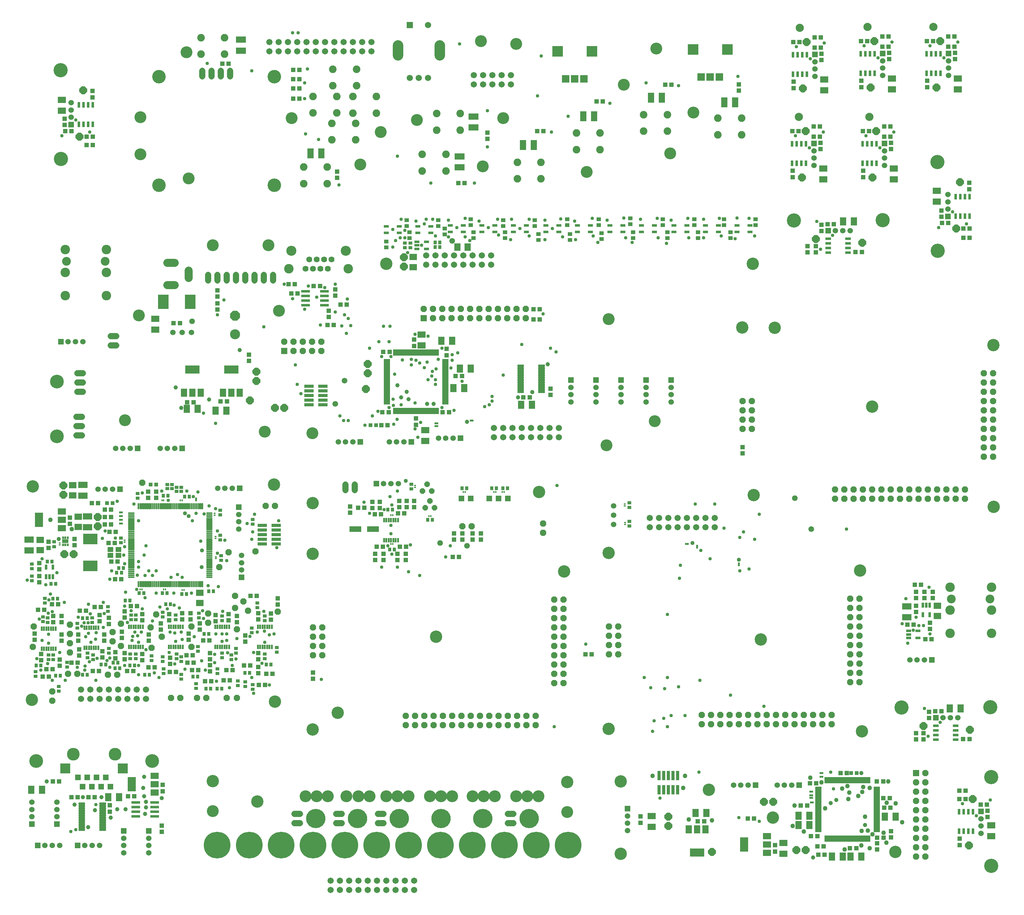
<source format=gbr>
G04 EAGLE Gerber RS-274X export*
G75*
%MOMM*%
%FSLAX34Y34*%
%LPD*%
%INSoldermask Top*%
%IPPOS*%
%AMOC8*
5,1,8,0,0,1.08239X$1,22.5*%
G01*
%ADD10C,3.378200*%
%ADD11C,5.283200*%
%ADD12C,2.235200*%
%ADD13C,3.759200*%
%ADD14C,3.251200*%
%ADD15C,3.703200*%
%ADD16C,3.886200*%
%ADD17R,0.473200X1.703200*%
%ADD18R,1.703200X0.473200*%
%ADD19R,1.103200X0.903200*%
%ADD20R,1.603200X1.403200*%
%ADD21R,1.303200X1.203200*%
%ADD22R,2.003200X1.803200*%
%ADD23R,0.903200X1.103200*%
%ADD24C,0.275422*%
%ADD25R,1.203200X1.303200*%
%ADD26R,2.603200X0.963200*%
%ADD27R,1.003200X1.003200*%
%ADD28P,2.309387X8X202.500000*%
%ADD29R,0.553200X0.453200*%
%ADD30P,2.309387X8X22.500000*%
%ADD31R,0.453200X0.553200*%
%ADD32R,0.483200X0.633200*%
%ADD33R,1.403200X0.803200*%
%ADD34R,1.177100X1.001900*%
%ADD35R,2.984500X2.984500*%
%ADD36R,2.003200X2.003200*%
%ADD37R,0.963200X2.603200*%
%ADD38P,1.869504X8X112.500000*%
%ADD39P,1.869504X8X22.500000*%
%ADD40C,2.603200*%
%ADD41C,2.403200*%
%ADD42C,2.082800*%
%ADD43R,1.511200X1.511200*%
%ADD44C,1.511200*%
%ADD45P,1.649562X8X22.500000*%
%ADD46C,1.727200*%
%ADD47R,1.600200X1.600200*%
%ADD48C,3.479800*%
%ADD49R,2.679700X2.679700*%
%ADD50R,1.403200X0.753200*%
%ADD51R,0.508000X1.193800*%
%ADD52R,0.803200X1.403200*%
%ADD53R,2.603200X1.803200*%
%ADD54R,0.503200X0.653200*%
%ADD55R,1.700000X1.000000*%
%ADD56R,2.209800X1.701800*%
%ADD57R,2.209800X4.013200*%
%ADD58R,4.003200X3.003200*%
%ADD59P,1.869504X8X202.500000*%
%ADD60R,1.701800X2.209800*%
%ADD61R,4.013200X2.209800*%
%ADD62R,1.283200X1.253200*%
%ADD63R,1.253200X1.283200*%
%ADD64R,2.203200X1.703200*%
%ADD65R,1.703200X2.203200*%
%ADD66C,1.711200*%
%ADD67C,0.306600*%
%ADD68R,0.803200X1.603200*%
%ADD69R,2.403200X0.803200*%
%ADD70C,1.625600*%
%ADD71C,2.753200*%
%ADD72R,1.700000X2.800000*%
%ADD73R,2.800000X1.700000*%
%ADD74R,1.711200X1.711200*%
%ADD75C,2.903200*%
%ADD76R,1.727200X1.727200*%
%ADD77R,1.603200X0.803200*%
%ADD78P,2.309387X8X112.500000*%
%ADD79R,3.203200X1.603200*%
%ADD80C,2.203200*%
%ADD81C,2.743200*%
%ADD82P,2.969212X8X112.500000*%
%ADD83P,1.869504X8X292.500000*%
%ADD84R,0.633200X0.483200*%
%ADD85R,3.003200X4.003200*%
%ADD86R,1.803200X2.003200*%
%ADD87C,0.959600*%
%ADD88C,1.159600*%
%ADD89C,1.259600*%
%ADD90C,1.553200*%
%ADD91C,7.315200*%
%ADD92C,1.109600*%


D10*
X824230Y943610D03*
X1512570Y895350D03*
X824230Y462280D03*
X1634490Y946150D03*
X2322830Y897890D03*
X1634998Y464566D03*
X2000250Y1563624D03*
X2688336Y1515364D03*
X2031492Y1104646D03*
X1521460Y318770D03*
X1667510Y320040D03*
X673100Y265430D03*
X55880Y543560D03*
X58420Y1127760D03*
X718820Y1132840D03*
X721360Y538480D03*
X1162050Y716280D03*
X2051050Y708660D03*
X2355850Y1346200D03*
X1443990Y1112520D03*
X824230Y1082040D03*
X2688590Y1071880D03*
X2089150Y1562100D03*
X892810Y508000D03*
X2327910Y457200D03*
X551180Y321310D03*
X2084070Y220980D03*
X2419350Y127000D03*
X1908810Y297180D03*
X1667510Y121920D03*
D11*
X833120Y218440D03*
X947420Y218440D03*
X1061720Y218440D03*
X1176020Y218440D03*
X1290320Y218440D03*
X1417320Y218440D03*
D12*
X2158246Y2384044D03*
D13*
X67310Y375920D03*
X384810Y375920D03*
D14*
X551180Y1788160D03*
X703580Y1788160D03*
X478790Y2316480D03*
X353060Y2138680D03*
X767080Y2136140D03*
X485140Y1971040D03*
X1290320Y2004060D03*
X1803400Y2039620D03*
X1381760Y2339340D03*
X1765300Y2326640D03*
X348437Y1596136D03*
X731977Y1608785D03*
X310337Y1309091D03*
X823443Y1273454D03*
X1628546Y1240536D03*
X1635049Y1585849D03*
X353060Y2037080D03*
X1760677Y1306500D03*
X1574800Y1988820D03*
X1676400Y2227580D03*
X1866900Y2151380D03*
X1346200Y2136140D03*
X1109980Y2131060D03*
X955040Y2009140D03*
X1010920Y2098040D03*
X1285240Y2346960D03*
X693420Y1277620D03*
X1521460Y236220D03*
X551180Y238760D03*
D12*
X2343666Y2386584D03*
X2155706Y2140204D03*
X2348746Y2140204D03*
X2524006Y2386584D03*
D10*
X2029460Y1737360D03*
X1026160Y1737360D03*
D13*
X124460Y1414780D03*
X124460Y1264920D03*
D15*
X719340Y2250080D03*
X403340Y2250080D03*
X719340Y1953080D03*
X403340Y1953080D03*
D16*
X2682240Y89408D03*
X2681986Y331978D03*
X2679192Y523240D03*
X2436622Y522986D03*
X134620Y2267712D03*
X134874Y2025142D03*
X2384552Y1856740D03*
X2141982Y1856486D03*
X2534920Y2016252D03*
X2535174Y1773682D03*
D17*
X2348540Y323840D03*
X2343540Y323840D03*
X2338540Y323840D03*
X2333540Y323840D03*
X2328540Y323840D03*
X2323540Y323840D03*
X2318540Y323840D03*
X2313540Y323840D03*
X2308540Y323840D03*
X2303540Y323840D03*
X2298540Y323840D03*
X2293540Y323840D03*
X2288540Y323840D03*
X2283540Y323840D03*
X2278540Y323840D03*
X2273540Y323840D03*
X2268540Y323840D03*
X2263540Y323840D03*
X2258540Y323840D03*
X2253540Y323840D03*
X2248540Y323840D03*
X2243540Y323840D03*
X2238540Y323840D03*
X2233540Y323840D03*
X2228540Y323840D03*
D18*
X2208540Y303840D03*
X2208540Y298840D03*
X2208540Y293840D03*
X2208540Y288840D03*
X2208540Y283840D03*
X2208540Y278840D03*
X2208540Y273840D03*
X2208540Y268840D03*
X2208540Y263840D03*
X2208540Y258840D03*
X2208540Y253840D03*
X2208540Y248840D03*
X2208540Y243840D03*
X2208540Y238840D03*
X2208540Y233840D03*
X2208540Y228840D03*
X2208540Y223840D03*
X2208540Y218840D03*
X2208540Y213840D03*
X2208540Y208840D03*
X2208540Y203840D03*
X2208540Y198840D03*
X2208540Y193840D03*
X2208540Y188840D03*
X2208540Y183840D03*
D17*
X2228540Y163840D03*
X2233540Y163840D03*
X2238540Y163840D03*
X2243540Y163840D03*
X2248540Y163840D03*
X2253540Y163840D03*
X2258540Y163840D03*
X2263540Y163840D03*
X2268540Y163840D03*
X2273540Y163840D03*
X2278540Y163840D03*
X2283540Y163840D03*
X2288540Y163840D03*
X2293540Y163840D03*
X2298540Y163840D03*
X2303540Y163840D03*
X2308540Y163840D03*
X2313540Y163840D03*
X2318540Y163840D03*
X2323540Y163840D03*
X2328540Y163840D03*
X2333540Y163840D03*
X2338540Y163840D03*
X2343540Y163840D03*
X2348540Y163840D03*
D18*
X2368540Y183840D03*
X2368540Y188840D03*
X2368540Y193840D03*
X2368540Y198840D03*
X2368540Y203840D03*
X2368540Y208840D03*
X2368540Y213840D03*
X2368540Y218840D03*
X2368540Y223840D03*
X2368540Y228840D03*
X2368540Y233840D03*
X2368540Y238840D03*
X2368540Y243840D03*
X2368540Y248840D03*
X2368540Y253840D03*
X2368540Y258840D03*
X2368540Y263840D03*
X2368540Y268840D03*
X2368540Y273840D03*
X2368540Y278840D03*
X2368540Y283840D03*
X2368540Y288840D03*
X2368540Y293840D03*
X2368540Y298840D03*
X2368540Y303840D03*
D19*
X660400Y1024740D03*
X660400Y1037740D03*
D20*
X292940Y939420D03*
X292940Y955420D03*
X270940Y955420D03*
X270940Y939420D03*
D21*
X282820Y972820D03*
X265820Y972820D03*
X273440Y922020D03*
X290440Y922020D03*
D22*
X515620Y836960D03*
X515620Y808960D03*
D23*
X473560Y1099820D03*
X486560Y1099820D03*
D21*
X374142Y1096654D03*
X374142Y1113654D03*
D24*
X347879Y868379D02*
X347879Y853501D01*
X345801Y853501D01*
X345801Y868379D01*
X347879Y868379D01*
X347879Y856117D02*
X345801Y856117D01*
X345801Y858733D02*
X347879Y858733D01*
X347879Y861349D02*
X345801Y861349D01*
X345801Y863965D02*
X347879Y863965D01*
X347879Y866581D02*
X345801Y866581D01*
X352879Y868379D02*
X352879Y853501D01*
X350801Y853501D01*
X350801Y868379D01*
X352879Y868379D01*
X352879Y856117D02*
X350801Y856117D01*
X350801Y858733D02*
X352879Y858733D01*
X352879Y861349D02*
X350801Y861349D01*
X350801Y863965D02*
X352879Y863965D01*
X352879Y866581D02*
X350801Y866581D01*
X357879Y868379D02*
X357879Y853501D01*
X355801Y853501D01*
X355801Y868379D01*
X357879Y868379D01*
X357879Y856117D02*
X355801Y856117D01*
X355801Y858733D02*
X357879Y858733D01*
X357879Y861349D02*
X355801Y861349D01*
X355801Y863965D02*
X357879Y863965D01*
X357879Y866581D02*
X355801Y866581D01*
X362879Y868379D02*
X362879Y853501D01*
X360801Y853501D01*
X360801Y868379D01*
X362879Y868379D01*
X362879Y856117D02*
X360801Y856117D01*
X360801Y858733D02*
X362879Y858733D01*
X362879Y861349D02*
X360801Y861349D01*
X360801Y863965D02*
X362879Y863965D01*
X362879Y866581D02*
X360801Y866581D01*
X367879Y868379D02*
X367879Y853501D01*
X365801Y853501D01*
X365801Y868379D01*
X367879Y868379D01*
X367879Y856117D02*
X365801Y856117D01*
X365801Y858733D02*
X367879Y858733D01*
X367879Y861349D02*
X365801Y861349D01*
X365801Y863965D02*
X367879Y863965D01*
X367879Y866581D02*
X365801Y866581D01*
X372879Y868379D02*
X372879Y853501D01*
X370801Y853501D01*
X370801Y868379D01*
X372879Y868379D01*
X372879Y856117D02*
X370801Y856117D01*
X370801Y858733D02*
X372879Y858733D01*
X372879Y861349D02*
X370801Y861349D01*
X370801Y863965D02*
X372879Y863965D01*
X372879Y866581D02*
X370801Y866581D01*
X377879Y868379D02*
X377879Y853501D01*
X375801Y853501D01*
X375801Y868379D01*
X377879Y868379D01*
X377879Y856117D02*
X375801Y856117D01*
X375801Y858733D02*
X377879Y858733D01*
X377879Y861349D02*
X375801Y861349D01*
X375801Y863965D02*
X377879Y863965D01*
X377879Y866581D02*
X375801Y866581D01*
X382879Y868379D02*
X382879Y853501D01*
X380801Y853501D01*
X380801Y868379D01*
X382879Y868379D01*
X382879Y856117D02*
X380801Y856117D01*
X380801Y858733D02*
X382879Y858733D01*
X382879Y861349D02*
X380801Y861349D01*
X380801Y863965D02*
X382879Y863965D01*
X382879Y866581D02*
X380801Y866581D01*
X387879Y868379D02*
X387879Y853501D01*
X385801Y853501D01*
X385801Y868379D01*
X387879Y868379D01*
X387879Y856117D02*
X385801Y856117D01*
X385801Y858733D02*
X387879Y858733D01*
X387879Y861349D02*
X385801Y861349D01*
X385801Y863965D02*
X387879Y863965D01*
X387879Y866581D02*
X385801Y866581D01*
X392879Y868379D02*
X392879Y853501D01*
X390801Y853501D01*
X390801Y868379D01*
X392879Y868379D01*
X392879Y856117D02*
X390801Y856117D01*
X390801Y858733D02*
X392879Y858733D01*
X392879Y861349D02*
X390801Y861349D01*
X390801Y863965D02*
X392879Y863965D01*
X392879Y866581D02*
X390801Y866581D01*
X397879Y868379D02*
X397879Y853501D01*
X395801Y853501D01*
X395801Y868379D01*
X397879Y868379D01*
X397879Y856117D02*
X395801Y856117D01*
X395801Y858733D02*
X397879Y858733D01*
X397879Y861349D02*
X395801Y861349D01*
X395801Y863965D02*
X397879Y863965D01*
X397879Y866581D02*
X395801Y866581D01*
X402879Y868379D02*
X402879Y853501D01*
X400801Y853501D01*
X400801Y868379D01*
X402879Y868379D01*
X402879Y856117D02*
X400801Y856117D01*
X400801Y858733D02*
X402879Y858733D01*
X402879Y861349D02*
X400801Y861349D01*
X400801Y863965D02*
X402879Y863965D01*
X402879Y866581D02*
X400801Y866581D01*
X407879Y868379D02*
X407879Y853501D01*
X405801Y853501D01*
X405801Y868379D01*
X407879Y868379D01*
X407879Y856117D02*
X405801Y856117D01*
X405801Y858733D02*
X407879Y858733D01*
X407879Y861349D02*
X405801Y861349D01*
X405801Y863965D02*
X407879Y863965D01*
X407879Y866581D02*
X405801Y866581D01*
X412879Y868379D02*
X412879Y853501D01*
X410801Y853501D01*
X410801Y868379D01*
X412879Y868379D01*
X412879Y856117D02*
X410801Y856117D01*
X410801Y858733D02*
X412879Y858733D01*
X412879Y861349D02*
X410801Y861349D01*
X410801Y863965D02*
X412879Y863965D01*
X412879Y866581D02*
X410801Y866581D01*
X417879Y868379D02*
X417879Y853501D01*
X415801Y853501D01*
X415801Y868379D01*
X417879Y868379D01*
X417879Y856117D02*
X415801Y856117D01*
X415801Y858733D02*
X417879Y858733D01*
X417879Y861349D02*
X415801Y861349D01*
X415801Y863965D02*
X417879Y863965D01*
X417879Y866581D02*
X415801Y866581D01*
X422879Y868379D02*
X422879Y853501D01*
X420801Y853501D01*
X420801Y868379D01*
X422879Y868379D01*
X422879Y856117D02*
X420801Y856117D01*
X420801Y858733D02*
X422879Y858733D01*
X422879Y861349D02*
X420801Y861349D01*
X420801Y863965D02*
X422879Y863965D01*
X422879Y866581D02*
X420801Y866581D01*
X427879Y868379D02*
X427879Y853501D01*
X425801Y853501D01*
X425801Y868379D01*
X427879Y868379D01*
X427879Y856117D02*
X425801Y856117D01*
X425801Y858733D02*
X427879Y858733D01*
X427879Y861349D02*
X425801Y861349D01*
X425801Y863965D02*
X427879Y863965D01*
X427879Y866581D02*
X425801Y866581D01*
X432879Y868379D02*
X432879Y853501D01*
X430801Y853501D01*
X430801Y868379D01*
X432879Y868379D01*
X432879Y856117D02*
X430801Y856117D01*
X430801Y858733D02*
X432879Y858733D01*
X432879Y861349D02*
X430801Y861349D01*
X430801Y863965D02*
X432879Y863965D01*
X432879Y866581D02*
X430801Y866581D01*
X437879Y868379D02*
X437879Y853501D01*
X435801Y853501D01*
X435801Y868379D01*
X437879Y868379D01*
X437879Y856117D02*
X435801Y856117D01*
X435801Y858733D02*
X437879Y858733D01*
X437879Y861349D02*
X435801Y861349D01*
X435801Y863965D02*
X437879Y863965D01*
X437879Y866581D02*
X435801Y866581D01*
X442879Y868379D02*
X442879Y853501D01*
X440801Y853501D01*
X440801Y868379D01*
X442879Y868379D01*
X442879Y856117D02*
X440801Y856117D01*
X440801Y858733D02*
X442879Y858733D01*
X442879Y861349D02*
X440801Y861349D01*
X440801Y863965D02*
X442879Y863965D01*
X442879Y866581D02*
X440801Y866581D01*
X447879Y868379D02*
X447879Y853501D01*
X445801Y853501D01*
X445801Y868379D01*
X447879Y868379D01*
X447879Y856117D02*
X445801Y856117D01*
X445801Y858733D02*
X447879Y858733D01*
X447879Y861349D02*
X445801Y861349D01*
X445801Y863965D02*
X447879Y863965D01*
X447879Y866581D02*
X445801Y866581D01*
X452879Y868379D02*
X452879Y853501D01*
X450801Y853501D01*
X450801Y868379D01*
X452879Y868379D01*
X452879Y856117D02*
X450801Y856117D01*
X450801Y858733D02*
X452879Y858733D01*
X452879Y861349D02*
X450801Y861349D01*
X450801Y863965D02*
X452879Y863965D01*
X452879Y866581D02*
X450801Y866581D01*
X457879Y868379D02*
X457879Y853501D01*
X455801Y853501D01*
X455801Y868379D01*
X457879Y868379D01*
X457879Y856117D02*
X455801Y856117D01*
X455801Y858733D02*
X457879Y858733D01*
X457879Y861349D02*
X455801Y861349D01*
X455801Y863965D02*
X457879Y863965D01*
X457879Y866581D02*
X455801Y866581D01*
X462879Y868379D02*
X462879Y853501D01*
X460801Y853501D01*
X460801Y868379D01*
X462879Y868379D01*
X462879Y856117D02*
X460801Y856117D01*
X460801Y858733D02*
X462879Y858733D01*
X462879Y861349D02*
X460801Y861349D01*
X460801Y863965D02*
X462879Y863965D01*
X462879Y866581D02*
X460801Y866581D01*
X467879Y868379D02*
X467879Y853501D01*
X465801Y853501D01*
X465801Y868379D01*
X467879Y868379D01*
X467879Y856117D02*
X465801Y856117D01*
X465801Y858733D02*
X467879Y858733D01*
X467879Y861349D02*
X465801Y861349D01*
X465801Y863965D02*
X467879Y863965D01*
X467879Y866581D02*
X465801Y866581D01*
X472879Y868379D02*
X472879Y853501D01*
X470801Y853501D01*
X470801Y868379D01*
X472879Y868379D01*
X472879Y856117D02*
X470801Y856117D01*
X470801Y858733D02*
X472879Y858733D01*
X472879Y861349D02*
X470801Y861349D01*
X470801Y863965D02*
X472879Y863965D01*
X472879Y866581D02*
X470801Y866581D01*
X477879Y868379D02*
X477879Y853501D01*
X475801Y853501D01*
X475801Y868379D01*
X477879Y868379D01*
X477879Y856117D02*
X475801Y856117D01*
X475801Y858733D02*
X477879Y858733D01*
X477879Y861349D02*
X475801Y861349D01*
X475801Y863965D02*
X477879Y863965D01*
X477879Y866581D02*
X475801Y866581D01*
X482879Y868379D02*
X482879Y853501D01*
X480801Y853501D01*
X480801Y868379D01*
X482879Y868379D01*
X482879Y856117D02*
X480801Y856117D01*
X480801Y858733D02*
X482879Y858733D01*
X482879Y861349D02*
X480801Y861349D01*
X480801Y863965D02*
X482879Y863965D01*
X482879Y866581D02*
X480801Y866581D01*
X487879Y868379D02*
X487879Y853501D01*
X485801Y853501D01*
X485801Y868379D01*
X487879Y868379D01*
X487879Y856117D02*
X485801Y856117D01*
X485801Y858733D02*
X487879Y858733D01*
X487879Y861349D02*
X485801Y861349D01*
X485801Y863965D02*
X487879Y863965D01*
X487879Y866581D02*
X485801Y866581D01*
X492879Y868379D02*
X492879Y853501D01*
X490801Y853501D01*
X490801Y868379D01*
X492879Y868379D01*
X492879Y856117D02*
X490801Y856117D01*
X490801Y858733D02*
X492879Y858733D01*
X492879Y861349D02*
X490801Y861349D01*
X490801Y863965D02*
X492879Y863965D01*
X492879Y866581D02*
X490801Y866581D01*
X497879Y868379D02*
X497879Y853501D01*
X495801Y853501D01*
X495801Y868379D01*
X497879Y868379D01*
X497879Y856117D02*
X495801Y856117D01*
X495801Y858733D02*
X497879Y858733D01*
X497879Y861349D02*
X495801Y861349D01*
X495801Y863965D02*
X497879Y863965D01*
X497879Y866581D02*
X495801Y866581D01*
X502879Y868379D02*
X502879Y853501D01*
X500801Y853501D01*
X500801Y868379D01*
X502879Y868379D01*
X502879Y856117D02*
X500801Y856117D01*
X500801Y858733D02*
X502879Y858733D01*
X502879Y861349D02*
X500801Y861349D01*
X500801Y863965D02*
X502879Y863965D01*
X502879Y866581D02*
X500801Y866581D01*
X507879Y868379D02*
X507879Y853501D01*
X505801Y853501D01*
X505801Y868379D01*
X507879Y868379D01*
X507879Y856117D02*
X505801Y856117D01*
X505801Y858733D02*
X507879Y858733D01*
X507879Y861349D02*
X505801Y861349D01*
X505801Y863965D02*
X507879Y863965D01*
X507879Y866581D02*
X505801Y866581D01*
X512879Y868379D02*
X512879Y853501D01*
X510801Y853501D01*
X510801Y868379D01*
X512879Y868379D01*
X512879Y856117D02*
X510801Y856117D01*
X510801Y858733D02*
X512879Y858733D01*
X512879Y861349D02*
X510801Y861349D01*
X510801Y863965D02*
X512879Y863965D01*
X512879Y866581D02*
X510801Y866581D01*
X517879Y868379D02*
X517879Y853501D01*
X515801Y853501D01*
X515801Y868379D01*
X517879Y868379D01*
X517879Y856117D02*
X515801Y856117D01*
X515801Y858733D02*
X517879Y858733D01*
X517879Y861349D02*
X515801Y861349D01*
X515801Y863965D02*
X517879Y863965D01*
X517879Y866581D02*
X515801Y866581D01*
X522879Y868379D02*
X522879Y853501D01*
X520801Y853501D01*
X520801Y868379D01*
X522879Y868379D01*
X522879Y856117D02*
X520801Y856117D01*
X520801Y858733D02*
X522879Y858733D01*
X522879Y861349D02*
X520801Y861349D01*
X520801Y863965D02*
X522879Y863965D01*
X522879Y866581D02*
X520801Y866581D01*
X522879Y1067101D02*
X522879Y1081979D01*
X522879Y1067101D02*
X520801Y1067101D01*
X520801Y1081979D01*
X522879Y1081979D01*
X522879Y1069717D02*
X520801Y1069717D01*
X520801Y1072333D02*
X522879Y1072333D01*
X522879Y1074949D02*
X520801Y1074949D01*
X520801Y1077565D02*
X522879Y1077565D01*
X522879Y1080181D02*
X520801Y1080181D01*
X517879Y1081979D02*
X517879Y1067101D01*
X515801Y1067101D01*
X515801Y1081979D01*
X517879Y1081979D01*
X517879Y1069717D02*
X515801Y1069717D01*
X515801Y1072333D02*
X517879Y1072333D01*
X517879Y1074949D02*
X515801Y1074949D01*
X515801Y1077565D02*
X517879Y1077565D01*
X517879Y1080181D02*
X515801Y1080181D01*
X512879Y1081979D02*
X512879Y1067101D01*
X510801Y1067101D01*
X510801Y1081979D01*
X512879Y1081979D01*
X512879Y1069717D02*
X510801Y1069717D01*
X510801Y1072333D02*
X512879Y1072333D01*
X512879Y1074949D02*
X510801Y1074949D01*
X510801Y1077565D02*
X512879Y1077565D01*
X512879Y1080181D02*
X510801Y1080181D01*
X507879Y1081979D02*
X507879Y1067101D01*
X505801Y1067101D01*
X505801Y1081979D01*
X507879Y1081979D01*
X507879Y1069717D02*
X505801Y1069717D01*
X505801Y1072333D02*
X507879Y1072333D01*
X507879Y1074949D02*
X505801Y1074949D01*
X505801Y1077565D02*
X507879Y1077565D01*
X507879Y1080181D02*
X505801Y1080181D01*
X502879Y1081979D02*
X502879Y1067101D01*
X500801Y1067101D01*
X500801Y1081979D01*
X502879Y1081979D01*
X502879Y1069717D02*
X500801Y1069717D01*
X500801Y1072333D02*
X502879Y1072333D01*
X502879Y1074949D02*
X500801Y1074949D01*
X500801Y1077565D02*
X502879Y1077565D01*
X502879Y1080181D02*
X500801Y1080181D01*
X497879Y1081979D02*
X497879Y1067101D01*
X495801Y1067101D01*
X495801Y1081979D01*
X497879Y1081979D01*
X497879Y1069717D02*
X495801Y1069717D01*
X495801Y1072333D02*
X497879Y1072333D01*
X497879Y1074949D02*
X495801Y1074949D01*
X495801Y1077565D02*
X497879Y1077565D01*
X497879Y1080181D02*
X495801Y1080181D01*
X492879Y1081979D02*
X492879Y1067101D01*
X490801Y1067101D01*
X490801Y1081979D01*
X492879Y1081979D01*
X492879Y1069717D02*
X490801Y1069717D01*
X490801Y1072333D02*
X492879Y1072333D01*
X492879Y1074949D02*
X490801Y1074949D01*
X490801Y1077565D02*
X492879Y1077565D01*
X492879Y1080181D02*
X490801Y1080181D01*
X487879Y1081979D02*
X487879Y1067101D01*
X485801Y1067101D01*
X485801Y1081979D01*
X487879Y1081979D01*
X487879Y1069717D02*
X485801Y1069717D01*
X485801Y1072333D02*
X487879Y1072333D01*
X487879Y1074949D02*
X485801Y1074949D01*
X485801Y1077565D02*
X487879Y1077565D01*
X487879Y1080181D02*
X485801Y1080181D01*
X482879Y1081979D02*
X482879Y1067101D01*
X480801Y1067101D01*
X480801Y1081979D01*
X482879Y1081979D01*
X482879Y1069717D02*
X480801Y1069717D01*
X480801Y1072333D02*
X482879Y1072333D01*
X482879Y1074949D02*
X480801Y1074949D01*
X480801Y1077565D02*
X482879Y1077565D01*
X482879Y1080181D02*
X480801Y1080181D01*
X477879Y1081979D02*
X477879Y1067101D01*
X475801Y1067101D01*
X475801Y1081979D01*
X477879Y1081979D01*
X477879Y1069717D02*
X475801Y1069717D01*
X475801Y1072333D02*
X477879Y1072333D01*
X477879Y1074949D02*
X475801Y1074949D01*
X475801Y1077565D02*
X477879Y1077565D01*
X477879Y1080181D02*
X475801Y1080181D01*
X472879Y1081979D02*
X472879Y1067101D01*
X470801Y1067101D01*
X470801Y1081979D01*
X472879Y1081979D01*
X472879Y1069717D02*
X470801Y1069717D01*
X470801Y1072333D02*
X472879Y1072333D01*
X472879Y1074949D02*
X470801Y1074949D01*
X470801Y1077565D02*
X472879Y1077565D01*
X472879Y1080181D02*
X470801Y1080181D01*
X467879Y1081979D02*
X467879Y1067101D01*
X465801Y1067101D01*
X465801Y1081979D01*
X467879Y1081979D01*
X467879Y1069717D02*
X465801Y1069717D01*
X465801Y1072333D02*
X467879Y1072333D01*
X467879Y1074949D02*
X465801Y1074949D01*
X465801Y1077565D02*
X467879Y1077565D01*
X467879Y1080181D02*
X465801Y1080181D01*
X462879Y1081979D02*
X462879Y1067101D01*
X460801Y1067101D01*
X460801Y1081979D01*
X462879Y1081979D01*
X462879Y1069717D02*
X460801Y1069717D01*
X460801Y1072333D02*
X462879Y1072333D01*
X462879Y1074949D02*
X460801Y1074949D01*
X460801Y1077565D02*
X462879Y1077565D01*
X462879Y1080181D02*
X460801Y1080181D01*
X457879Y1081979D02*
X457879Y1067101D01*
X455801Y1067101D01*
X455801Y1081979D01*
X457879Y1081979D01*
X457879Y1069717D02*
X455801Y1069717D01*
X455801Y1072333D02*
X457879Y1072333D01*
X457879Y1074949D02*
X455801Y1074949D01*
X455801Y1077565D02*
X457879Y1077565D01*
X457879Y1080181D02*
X455801Y1080181D01*
X452879Y1081979D02*
X452879Y1067101D01*
X450801Y1067101D01*
X450801Y1081979D01*
X452879Y1081979D01*
X452879Y1069717D02*
X450801Y1069717D01*
X450801Y1072333D02*
X452879Y1072333D01*
X452879Y1074949D02*
X450801Y1074949D01*
X450801Y1077565D02*
X452879Y1077565D01*
X452879Y1080181D02*
X450801Y1080181D01*
X447879Y1081979D02*
X447879Y1067101D01*
X445801Y1067101D01*
X445801Y1081979D01*
X447879Y1081979D01*
X447879Y1069717D02*
X445801Y1069717D01*
X445801Y1072333D02*
X447879Y1072333D01*
X447879Y1074949D02*
X445801Y1074949D01*
X445801Y1077565D02*
X447879Y1077565D01*
X447879Y1080181D02*
X445801Y1080181D01*
X442879Y1081979D02*
X442879Y1067101D01*
X440801Y1067101D01*
X440801Y1081979D01*
X442879Y1081979D01*
X442879Y1069717D02*
X440801Y1069717D01*
X440801Y1072333D02*
X442879Y1072333D01*
X442879Y1074949D02*
X440801Y1074949D01*
X440801Y1077565D02*
X442879Y1077565D01*
X442879Y1080181D02*
X440801Y1080181D01*
X437879Y1081979D02*
X437879Y1067101D01*
X435801Y1067101D01*
X435801Y1081979D01*
X437879Y1081979D01*
X437879Y1069717D02*
X435801Y1069717D01*
X435801Y1072333D02*
X437879Y1072333D01*
X437879Y1074949D02*
X435801Y1074949D01*
X435801Y1077565D02*
X437879Y1077565D01*
X437879Y1080181D02*
X435801Y1080181D01*
X432879Y1081979D02*
X432879Y1067101D01*
X430801Y1067101D01*
X430801Y1081979D01*
X432879Y1081979D01*
X432879Y1069717D02*
X430801Y1069717D01*
X430801Y1072333D02*
X432879Y1072333D01*
X432879Y1074949D02*
X430801Y1074949D01*
X430801Y1077565D02*
X432879Y1077565D01*
X432879Y1080181D02*
X430801Y1080181D01*
X427879Y1081979D02*
X427879Y1067101D01*
X425801Y1067101D01*
X425801Y1081979D01*
X427879Y1081979D01*
X427879Y1069717D02*
X425801Y1069717D01*
X425801Y1072333D02*
X427879Y1072333D01*
X427879Y1074949D02*
X425801Y1074949D01*
X425801Y1077565D02*
X427879Y1077565D01*
X427879Y1080181D02*
X425801Y1080181D01*
X422879Y1081979D02*
X422879Y1067101D01*
X420801Y1067101D01*
X420801Y1081979D01*
X422879Y1081979D01*
X422879Y1069717D02*
X420801Y1069717D01*
X420801Y1072333D02*
X422879Y1072333D01*
X422879Y1074949D02*
X420801Y1074949D01*
X420801Y1077565D02*
X422879Y1077565D01*
X422879Y1080181D02*
X420801Y1080181D01*
X417879Y1081979D02*
X417879Y1067101D01*
X415801Y1067101D01*
X415801Y1081979D01*
X417879Y1081979D01*
X417879Y1069717D02*
X415801Y1069717D01*
X415801Y1072333D02*
X417879Y1072333D01*
X417879Y1074949D02*
X415801Y1074949D01*
X415801Y1077565D02*
X417879Y1077565D01*
X417879Y1080181D02*
X415801Y1080181D01*
X412879Y1081979D02*
X412879Y1067101D01*
X410801Y1067101D01*
X410801Y1081979D01*
X412879Y1081979D01*
X412879Y1069717D02*
X410801Y1069717D01*
X410801Y1072333D02*
X412879Y1072333D01*
X412879Y1074949D02*
X410801Y1074949D01*
X410801Y1077565D02*
X412879Y1077565D01*
X412879Y1080181D02*
X410801Y1080181D01*
X407879Y1081979D02*
X407879Y1067101D01*
X405801Y1067101D01*
X405801Y1081979D01*
X407879Y1081979D01*
X407879Y1069717D02*
X405801Y1069717D01*
X405801Y1072333D02*
X407879Y1072333D01*
X407879Y1074949D02*
X405801Y1074949D01*
X405801Y1077565D02*
X407879Y1077565D01*
X407879Y1080181D02*
X405801Y1080181D01*
X402879Y1081979D02*
X402879Y1067101D01*
X400801Y1067101D01*
X400801Y1081979D01*
X402879Y1081979D01*
X402879Y1069717D02*
X400801Y1069717D01*
X400801Y1072333D02*
X402879Y1072333D01*
X402879Y1074949D02*
X400801Y1074949D01*
X400801Y1077565D02*
X402879Y1077565D01*
X402879Y1080181D02*
X400801Y1080181D01*
X397879Y1081979D02*
X397879Y1067101D01*
X395801Y1067101D01*
X395801Y1081979D01*
X397879Y1081979D01*
X397879Y1069717D02*
X395801Y1069717D01*
X395801Y1072333D02*
X397879Y1072333D01*
X397879Y1074949D02*
X395801Y1074949D01*
X395801Y1077565D02*
X397879Y1077565D01*
X397879Y1080181D02*
X395801Y1080181D01*
X392879Y1081979D02*
X392879Y1067101D01*
X390801Y1067101D01*
X390801Y1081979D01*
X392879Y1081979D01*
X392879Y1069717D02*
X390801Y1069717D01*
X390801Y1072333D02*
X392879Y1072333D01*
X392879Y1074949D02*
X390801Y1074949D01*
X390801Y1077565D02*
X392879Y1077565D01*
X392879Y1080181D02*
X390801Y1080181D01*
X387879Y1081979D02*
X387879Y1067101D01*
X385801Y1067101D01*
X385801Y1081979D01*
X387879Y1081979D01*
X387879Y1069717D02*
X385801Y1069717D01*
X385801Y1072333D02*
X387879Y1072333D01*
X387879Y1074949D02*
X385801Y1074949D01*
X385801Y1077565D02*
X387879Y1077565D01*
X387879Y1080181D02*
X385801Y1080181D01*
X382879Y1081979D02*
X382879Y1067101D01*
X380801Y1067101D01*
X380801Y1081979D01*
X382879Y1081979D01*
X382879Y1069717D02*
X380801Y1069717D01*
X380801Y1072333D02*
X382879Y1072333D01*
X382879Y1074949D02*
X380801Y1074949D01*
X380801Y1077565D02*
X382879Y1077565D01*
X382879Y1080181D02*
X380801Y1080181D01*
X377879Y1081979D02*
X377879Y1067101D01*
X375801Y1067101D01*
X375801Y1081979D01*
X377879Y1081979D01*
X377879Y1069717D02*
X375801Y1069717D01*
X375801Y1072333D02*
X377879Y1072333D01*
X377879Y1074949D02*
X375801Y1074949D01*
X375801Y1077565D02*
X377879Y1077565D01*
X377879Y1080181D02*
X375801Y1080181D01*
X372879Y1081979D02*
X372879Y1067101D01*
X370801Y1067101D01*
X370801Y1081979D01*
X372879Y1081979D01*
X372879Y1069717D02*
X370801Y1069717D01*
X370801Y1072333D02*
X372879Y1072333D01*
X372879Y1074949D02*
X370801Y1074949D01*
X370801Y1077565D02*
X372879Y1077565D01*
X372879Y1080181D02*
X370801Y1080181D01*
X367879Y1081979D02*
X367879Y1067101D01*
X365801Y1067101D01*
X365801Y1081979D01*
X367879Y1081979D01*
X367879Y1069717D02*
X365801Y1069717D01*
X365801Y1072333D02*
X367879Y1072333D01*
X367879Y1074949D02*
X365801Y1074949D01*
X365801Y1077565D02*
X367879Y1077565D01*
X367879Y1080181D02*
X365801Y1080181D01*
X362879Y1081979D02*
X362879Y1067101D01*
X360801Y1067101D01*
X360801Y1081979D01*
X362879Y1081979D01*
X362879Y1069717D02*
X360801Y1069717D01*
X360801Y1072333D02*
X362879Y1072333D01*
X362879Y1074949D02*
X360801Y1074949D01*
X360801Y1077565D02*
X362879Y1077565D01*
X362879Y1080181D02*
X360801Y1080181D01*
X357879Y1081979D02*
X357879Y1067101D01*
X355801Y1067101D01*
X355801Y1081979D01*
X357879Y1081979D01*
X357879Y1069717D02*
X355801Y1069717D01*
X355801Y1072333D02*
X357879Y1072333D01*
X357879Y1074949D02*
X355801Y1074949D01*
X355801Y1077565D02*
X357879Y1077565D01*
X357879Y1080181D02*
X355801Y1080181D01*
X352879Y1081979D02*
X352879Y1067101D01*
X350801Y1067101D01*
X350801Y1081979D01*
X352879Y1081979D01*
X352879Y1069717D02*
X350801Y1069717D01*
X350801Y1072333D02*
X352879Y1072333D01*
X352879Y1074949D02*
X350801Y1074949D01*
X350801Y1077565D02*
X352879Y1077565D01*
X352879Y1080181D02*
X350801Y1080181D01*
X347879Y1081979D02*
X347879Y1067101D01*
X345801Y1067101D01*
X345801Y1081979D01*
X347879Y1081979D01*
X347879Y1069717D02*
X345801Y1069717D01*
X345801Y1072333D02*
X347879Y1072333D01*
X347879Y1074949D02*
X345801Y1074949D01*
X345801Y1077565D02*
X347879Y1077565D01*
X347879Y1080181D02*
X345801Y1080181D01*
X334979Y1054201D02*
X320101Y1054201D01*
X320101Y1056279D01*
X334979Y1056279D01*
X334979Y1054201D01*
X334979Y1049201D02*
X320101Y1049201D01*
X320101Y1051279D01*
X334979Y1051279D01*
X334979Y1049201D01*
X334979Y1044201D02*
X320101Y1044201D01*
X320101Y1046279D01*
X334979Y1046279D01*
X334979Y1044201D01*
X334979Y1039201D02*
X320101Y1039201D01*
X320101Y1041279D01*
X334979Y1041279D01*
X334979Y1039201D01*
X334979Y1034201D02*
X320101Y1034201D01*
X320101Y1036279D01*
X334979Y1036279D01*
X334979Y1034201D01*
X334979Y1029201D02*
X320101Y1029201D01*
X320101Y1031279D01*
X334979Y1031279D01*
X334979Y1029201D01*
X334979Y1024201D02*
X320101Y1024201D01*
X320101Y1026279D01*
X334979Y1026279D01*
X334979Y1024201D01*
X334979Y1019201D02*
X320101Y1019201D01*
X320101Y1021279D01*
X334979Y1021279D01*
X334979Y1019201D01*
X334979Y1014201D02*
X320101Y1014201D01*
X320101Y1016279D01*
X334979Y1016279D01*
X334979Y1014201D01*
X334979Y1009201D02*
X320101Y1009201D01*
X320101Y1011279D01*
X334979Y1011279D01*
X334979Y1009201D01*
X334979Y1004201D02*
X320101Y1004201D01*
X320101Y1006279D01*
X334979Y1006279D01*
X334979Y1004201D01*
X334979Y999201D02*
X320101Y999201D01*
X320101Y1001279D01*
X334979Y1001279D01*
X334979Y999201D01*
X334979Y994201D02*
X320101Y994201D01*
X320101Y996279D01*
X334979Y996279D01*
X334979Y994201D01*
X334979Y989201D02*
X320101Y989201D01*
X320101Y991279D01*
X334979Y991279D01*
X334979Y989201D01*
X334979Y984201D02*
X320101Y984201D01*
X320101Y986279D01*
X334979Y986279D01*
X334979Y984201D01*
X334979Y979201D02*
X320101Y979201D01*
X320101Y981279D01*
X334979Y981279D01*
X334979Y979201D01*
X334979Y974201D02*
X320101Y974201D01*
X320101Y976279D01*
X334979Y976279D01*
X334979Y974201D01*
X334979Y969201D02*
X320101Y969201D01*
X320101Y971279D01*
X334979Y971279D01*
X334979Y969201D01*
X334979Y964201D02*
X320101Y964201D01*
X320101Y966279D01*
X334979Y966279D01*
X334979Y964201D01*
X334979Y959201D02*
X320101Y959201D01*
X320101Y961279D01*
X334979Y961279D01*
X334979Y959201D01*
X334979Y954201D02*
X320101Y954201D01*
X320101Y956279D01*
X334979Y956279D01*
X334979Y954201D01*
X334979Y949201D02*
X320101Y949201D01*
X320101Y951279D01*
X334979Y951279D01*
X334979Y949201D01*
X334979Y944201D02*
X320101Y944201D01*
X320101Y946279D01*
X334979Y946279D01*
X334979Y944201D01*
X334979Y939201D02*
X320101Y939201D01*
X320101Y941279D01*
X334979Y941279D01*
X334979Y939201D01*
X334979Y934201D02*
X320101Y934201D01*
X320101Y936279D01*
X334979Y936279D01*
X334979Y934201D01*
X334979Y929201D02*
X320101Y929201D01*
X320101Y931279D01*
X334979Y931279D01*
X334979Y929201D01*
X334979Y924201D02*
X320101Y924201D01*
X320101Y926279D01*
X334979Y926279D01*
X334979Y924201D01*
X334979Y919201D02*
X320101Y919201D01*
X320101Y921279D01*
X334979Y921279D01*
X334979Y919201D01*
X334979Y914201D02*
X320101Y914201D01*
X320101Y916279D01*
X334979Y916279D01*
X334979Y914201D01*
X334979Y909201D02*
X320101Y909201D01*
X320101Y911279D01*
X334979Y911279D01*
X334979Y909201D01*
X334979Y904201D02*
X320101Y904201D01*
X320101Y906279D01*
X334979Y906279D01*
X334979Y904201D01*
X334979Y899201D02*
X320101Y899201D01*
X320101Y901279D01*
X334979Y901279D01*
X334979Y899201D01*
X334979Y894201D02*
X320101Y894201D01*
X320101Y896279D01*
X334979Y896279D01*
X334979Y894201D01*
X334979Y889201D02*
X320101Y889201D01*
X320101Y891279D01*
X334979Y891279D01*
X334979Y889201D01*
X334979Y884201D02*
X320101Y884201D01*
X320101Y886279D01*
X334979Y886279D01*
X334979Y884201D01*
X334979Y879201D02*
X320101Y879201D01*
X320101Y881279D01*
X334979Y881279D01*
X334979Y879201D01*
X533701Y879201D02*
X548579Y879201D01*
X533701Y879201D02*
X533701Y881279D01*
X548579Y881279D01*
X548579Y879201D01*
X548579Y884201D02*
X533701Y884201D01*
X533701Y886279D01*
X548579Y886279D01*
X548579Y884201D01*
X548579Y889201D02*
X533701Y889201D01*
X533701Y891279D01*
X548579Y891279D01*
X548579Y889201D01*
X548579Y894201D02*
X533701Y894201D01*
X533701Y896279D01*
X548579Y896279D01*
X548579Y894201D01*
X548579Y899201D02*
X533701Y899201D01*
X533701Y901279D01*
X548579Y901279D01*
X548579Y899201D01*
X548579Y904201D02*
X533701Y904201D01*
X533701Y906279D01*
X548579Y906279D01*
X548579Y904201D01*
X548579Y909201D02*
X533701Y909201D01*
X533701Y911279D01*
X548579Y911279D01*
X548579Y909201D01*
X548579Y914201D02*
X533701Y914201D01*
X533701Y916279D01*
X548579Y916279D01*
X548579Y914201D01*
X548579Y919201D02*
X533701Y919201D01*
X533701Y921279D01*
X548579Y921279D01*
X548579Y919201D01*
X548579Y924201D02*
X533701Y924201D01*
X533701Y926279D01*
X548579Y926279D01*
X548579Y924201D01*
X548579Y929201D02*
X533701Y929201D01*
X533701Y931279D01*
X548579Y931279D01*
X548579Y929201D01*
X548579Y934201D02*
X533701Y934201D01*
X533701Y936279D01*
X548579Y936279D01*
X548579Y934201D01*
X548579Y939201D02*
X533701Y939201D01*
X533701Y941279D01*
X548579Y941279D01*
X548579Y939201D01*
X548579Y944201D02*
X533701Y944201D01*
X533701Y946279D01*
X548579Y946279D01*
X548579Y944201D01*
X548579Y949201D02*
X533701Y949201D01*
X533701Y951279D01*
X548579Y951279D01*
X548579Y949201D01*
X548579Y954201D02*
X533701Y954201D01*
X533701Y956279D01*
X548579Y956279D01*
X548579Y954201D01*
X548579Y959201D02*
X533701Y959201D01*
X533701Y961279D01*
X548579Y961279D01*
X548579Y959201D01*
X548579Y964201D02*
X533701Y964201D01*
X533701Y966279D01*
X548579Y966279D01*
X548579Y964201D01*
X548579Y969201D02*
X533701Y969201D01*
X533701Y971279D01*
X548579Y971279D01*
X548579Y969201D01*
X548579Y974201D02*
X533701Y974201D01*
X533701Y976279D01*
X548579Y976279D01*
X548579Y974201D01*
X548579Y979201D02*
X533701Y979201D01*
X533701Y981279D01*
X548579Y981279D01*
X548579Y979201D01*
X548579Y984201D02*
X533701Y984201D01*
X533701Y986279D01*
X548579Y986279D01*
X548579Y984201D01*
X548579Y989201D02*
X533701Y989201D01*
X533701Y991279D01*
X548579Y991279D01*
X548579Y989201D01*
X548579Y994201D02*
X533701Y994201D01*
X533701Y996279D01*
X548579Y996279D01*
X548579Y994201D01*
X548579Y999201D02*
X533701Y999201D01*
X533701Y1001279D01*
X548579Y1001279D01*
X548579Y999201D01*
X548579Y1004201D02*
X533701Y1004201D01*
X533701Y1006279D01*
X548579Y1006279D01*
X548579Y1004201D01*
X548579Y1009201D02*
X533701Y1009201D01*
X533701Y1011279D01*
X548579Y1011279D01*
X548579Y1009201D01*
X548579Y1014201D02*
X533701Y1014201D01*
X533701Y1016279D01*
X548579Y1016279D01*
X548579Y1014201D01*
X548579Y1019201D02*
X533701Y1019201D01*
X533701Y1021279D01*
X548579Y1021279D01*
X548579Y1019201D01*
X548579Y1024201D02*
X533701Y1024201D01*
X533701Y1026279D01*
X548579Y1026279D01*
X548579Y1024201D01*
X548579Y1029201D02*
X533701Y1029201D01*
X533701Y1031279D01*
X548579Y1031279D01*
X548579Y1029201D01*
X548579Y1034201D02*
X533701Y1034201D01*
X533701Y1036279D01*
X548579Y1036279D01*
X548579Y1034201D01*
X548579Y1039201D02*
X533701Y1039201D01*
X533701Y1041279D01*
X548579Y1041279D01*
X548579Y1039201D01*
X548579Y1044201D02*
X533701Y1044201D01*
X533701Y1046279D01*
X548579Y1046279D01*
X548579Y1044201D01*
X548579Y1049201D02*
X533701Y1049201D01*
X533701Y1051279D01*
X548579Y1051279D01*
X548579Y1049201D01*
X548579Y1054201D02*
X533701Y1054201D01*
X533701Y1056279D01*
X548579Y1056279D01*
X548579Y1054201D01*
D23*
X415140Y1102944D03*
X428140Y1102944D03*
D25*
X300600Y873760D03*
X283600Y873760D03*
D26*
X724820Y970280D03*
X686420Y970280D03*
X724820Y982980D03*
X686420Y982980D03*
X724820Y995680D03*
X686420Y995680D03*
X724820Y1008380D03*
X686420Y1008380D03*
X724820Y1021080D03*
X686420Y1021080D03*
D19*
X571500Y1063140D03*
X571500Y1050140D03*
D21*
X396240Y1096400D03*
X396240Y1113400D03*
D27*
X381120Y1132840D03*
X396120Y1132840D03*
D28*
X236220Y1018540D03*
D23*
X306220Y904240D03*
X293220Y904240D03*
X300886Y891540D03*
X287886Y891540D03*
D29*
X558800Y990560D03*
X558800Y985560D03*
X559054Y935442D03*
X559054Y930442D03*
D30*
X236220Y1043940D03*
D31*
X462320Y1089660D03*
X467320Y1089660D03*
X411774Y1089660D03*
X416774Y1089660D03*
D25*
X272660Y1043940D03*
X255660Y1043940D03*
D32*
X297170Y1036320D03*
X302270Y1036320D03*
X297170Y1046480D03*
X302270Y1046480D03*
X297170Y1026160D03*
X302270Y1026160D03*
X297170Y1056640D03*
X302270Y1056640D03*
D25*
X272660Y1023620D03*
X255660Y1023620D03*
X272660Y1064260D03*
X255660Y1064260D03*
D33*
X1986060Y1824880D03*
X2022060Y1824880D03*
X2022060Y1842880D03*
X1986060Y1842880D03*
X1899700Y1824880D03*
X1935700Y1824880D03*
X1935700Y1842880D03*
X1899700Y1842880D03*
X1813340Y1824880D03*
X1849340Y1824880D03*
X1849340Y1842880D03*
X1813340Y1842880D03*
X1724440Y1824880D03*
X1760440Y1824880D03*
X1760440Y1842880D03*
X1724440Y1842880D03*
X1638080Y1824880D03*
X1674080Y1824880D03*
X1674080Y1842880D03*
X1638080Y1842880D03*
X1549180Y1824880D03*
X1585180Y1824880D03*
X1585180Y1842880D03*
X1549180Y1842880D03*
X1462820Y1824880D03*
X1498820Y1824880D03*
X1498820Y1842880D03*
X1462820Y1842880D03*
X1373920Y1824880D03*
X1409920Y1824880D03*
X1409920Y1842880D03*
X1373920Y1842880D03*
X1287560Y1824880D03*
X1323560Y1824880D03*
X1323560Y1842880D03*
X1287560Y1842880D03*
X1201200Y1824880D03*
X1237200Y1824880D03*
X1237200Y1842880D03*
X1201200Y1842880D03*
X1112300Y1822340D03*
X1148300Y1822340D03*
X1148300Y1840340D03*
X1112300Y1840340D03*
X1025940Y1822340D03*
X1061940Y1822340D03*
X1061940Y1840340D03*
X1025940Y1840340D03*
D34*
X2037080Y1843508D03*
X2037080Y1859812D03*
X1968500Y1824252D03*
X1968500Y1807948D03*
X1950720Y1843508D03*
X1950720Y1859812D03*
X1879600Y1824252D03*
X1879600Y1807948D03*
X1869440Y1843508D03*
X1869440Y1859812D03*
X1795780Y1824252D03*
X1795780Y1807948D03*
D35*
X1494955Y2319020D03*
X1588605Y2319020D03*
D36*
X1516780Y2244020D03*
X1541780Y2244020D03*
X1566780Y2244020D03*
D35*
X1865795Y2324100D03*
X1959445Y2324100D03*
D36*
X1887620Y2249100D03*
X1912620Y2249100D03*
X1937620Y2249100D03*
D37*
X1823720Y336200D03*
X1823720Y297800D03*
X1811020Y336200D03*
X1811020Y297800D03*
X1798320Y336200D03*
X1798320Y297800D03*
X1785620Y336200D03*
X1785620Y297800D03*
X1772920Y336200D03*
X1772920Y297800D03*
D38*
X850900Y665480D03*
X825500Y665480D03*
X850900Y690880D03*
X825500Y690880D03*
X850900Y716280D03*
X825500Y716280D03*
X850900Y741680D03*
X825500Y741680D03*
X1661160Y668020D03*
X1635760Y668020D03*
X1661160Y693420D03*
X1635760Y693420D03*
X1661160Y718820D03*
X1635760Y718820D03*
X1661160Y744220D03*
X1635760Y744220D03*
X2026920Y1285240D03*
X2001520Y1285240D03*
X2026920Y1310640D03*
X2001520Y1310640D03*
X2026920Y1336040D03*
X2001520Y1336040D03*
X2026920Y1361440D03*
X2001520Y1361440D03*
X1511300Y589280D03*
X1485900Y589280D03*
X1511300Y614680D03*
X1485900Y614680D03*
X1511300Y640080D03*
X1485900Y640080D03*
X1511300Y665480D03*
X1485900Y665480D03*
X1511300Y690880D03*
X1485900Y690880D03*
X1511300Y716280D03*
X1485900Y716280D03*
X1511300Y741680D03*
X1485900Y741680D03*
X1511300Y767080D03*
X1485900Y767080D03*
X1511300Y792480D03*
X1485900Y792480D03*
X1511300Y817880D03*
X1485900Y817880D03*
X2321560Y591820D03*
X2296160Y591820D03*
X2321560Y617220D03*
X2296160Y617220D03*
X2321560Y642620D03*
X2296160Y642620D03*
X2321560Y668020D03*
X2296160Y668020D03*
X2321560Y693420D03*
X2296160Y693420D03*
X2321560Y718820D03*
X2296160Y718820D03*
X2321560Y744220D03*
X2296160Y744220D03*
X2321560Y769620D03*
X2296160Y769620D03*
X2321560Y795020D03*
X2296160Y795020D03*
X2321560Y820420D03*
X2296160Y820420D03*
X2687320Y1209040D03*
X2661920Y1209040D03*
X2687320Y1234440D03*
X2661920Y1234440D03*
X2687320Y1259840D03*
X2661920Y1259840D03*
X2687320Y1285240D03*
X2661920Y1285240D03*
X2687320Y1310640D03*
X2661920Y1310640D03*
X2687320Y1336040D03*
X2661920Y1336040D03*
X2687320Y1361440D03*
X2661920Y1361440D03*
X2687320Y1386840D03*
X2661920Y1386840D03*
X2687320Y1412240D03*
X2661920Y1412240D03*
X2687320Y1437640D03*
X2661920Y1437640D03*
D39*
X1079246Y474472D03*
X1079246Y499872D03*
X1104646Y474472D03*
X1104646Y499872D03*
X1130046Y474472D03*
X1130046Y499872D03*
X1155446Y474472D03*
X1155446Y499872D03*
X1180846Y474472D03*
X1180846Y499872D03*
X1206246Y474472D03*
X1206246Y499872D03*
X1231646Y474472D03*
X1231646Y499872D03*
X1257046Y474472D03*
X1257046Y499872D03*
X1282446Y474472D03*
X1282446Y499872D03*
X1307846Y474472D03*
X1307846Y499872D03*
X1333246Y474472D03*
X1333246Y499872D03*
X1358646Y474472D03*
X1358646Y499872D03*
X1384046Y474472D03*
X1384046Y499872D03*
X1409446Y474472D03*
X1409446Y499872D03*
X1434846Y474472D03*
X1434846Y499872D03*
X1889252Y477266D03*
X1889252Y502666D03*
X1914652Y477266D03*
X1914652Y502666D03*
X1940052Y477266D03*
X1940052Y502666D03*
X1965452Y477266D03*
X1965452Y502666D03*
X1990852Y477266D03*
X1990852Y502666D03*
X2016252Y477266D03*
X2016252Y502666D03*
X2041652Y477266D03*
X2041652Y502666D03*
X2067052Y477266D03*
X2067052Y502666D03*
X2092452Y477266D03*
X2092452Y502666D03*
X2117852Y477266D03*
X2117852Y502666D03*
X2143252Y477266D03*
X2143252Y502666D03*
X2168652Y477266D03*
X2168652Y502666D03*
X2194052Y477266D03*
X2194052Y502666D03*
X2219452Y477266D03*
X2219452Y502666D03*
X2244852Y477266D03*
X2244852Y502666D03*
X2254758Y1094486D03*
X2254758Y1119886D03*
X2280158Y1094486D03*
X2280158Y1119886D03*
X2305558Y1094486D03*
X2305558Y1119886D03*
X2330958Y1094486D03*
X2330958Y1119886D03*
X2356358Y1094486D03*
X2356358Y1119886D03*
X2381758Y1094486D03*
X2381758Y1119886D03*
X2407158Y1094486D03*
X2407158Y1119886D03*
X2432558Y1094486D03*
X2432558Y1119886D03*
X2457958Y1094486D03*
X2457958Y1119886D03*
X2483358Y1094486D03*
X2483358Y1119886D03*
X2508758Y1094486D03*
X2508758Y1119886D03*
X2534158Y1094486D03*
X2534158Y1119886D03*
X2559558Y1094486D03*
X2559558Y1119886D03*
X2584958Y1094486D03*
X2584958Y1119886D03*
X2610358Y1094486D03*
X2610358Y1119886D03*
D40*
X260000Y1713640D03*
X147000Y1713640D03*
X260000Y1776640D03*
X147000Y1776640D03*
X260000Y1650640D03*
X147000Y1650640D03*
D41*
X150500Y1744640D03*
X256500Y1744640D03*
D42*
X1384554Y2015744D03*
X1449578Y2015744D03*
X1384554Y1970532D03*
X1449578Y1970532D03*
X1546352Y2095500D03*
X1611376Y2095500D03*
X1546352Y2050288D03*
X1611376Y2050288D03*
X1730756Y2145792D03*
X1795780Y2145792D03*
X1730756Y2100580D03*
X1795780Y2100580D03*
X1933702Y2136394D03*
X1998726Y2136394D03*
X1933702Y2091182D03*
X1998726Y2091182D03*
X879602Y2270506D03*
X944626Y2270506D03*
X879602Y2225294D03*
X944626Y2225294D03*
X876808Y2122170D03*
X941832Y2122170D03*
X876808Y2076958D03*
X941832Y2076958D03*
X934212Y2195576D03*
X999236Y2195576D03*
X934212Y2150364D03*
X999236Y2150364D03*
X825246Y2196084D03*
X890270Y2196084D03*
X825246Y2150872D03*
X890270Y2150872D03*
X799592Y2002536D03*
X864616Y2002536D03*
X799592Y1957324D03*
X864616Y1957324D03*
X1123950Y2037334D03*
X1188974Y2037334D03*
X1123950Y1992122D03*
X1188974Y1992122D03*
X1163574Y2148840D03*
X1228598Y2148840D03*
X1163574Y2103628D03*
X1228598Y2103628D03*
D43*
X1531620Y1419380D03*
D44*
X1531620Y1399380D03*
X1531620Y1379380D03*
X1531620Y1359380D03*
D43*
X1600200Y1419380D03*
D44*
X1600200Y1399380D03*
X1600200Y1379380D03*
X1600200Y1359380D03*
D43*
X1668780Y1419380D03*
D44*
X1668780Y1399380D03*
X1668780Y1379380D03*
X1668780Y1359380D03*
D43*
X1737360Y1419380D03*
D44*
X1737360Y1399380D03*
X1737360Y1379380D03*
X1737360Y1359380D03*
D43*
X1805940Y1419380D03*
D44*
X1805940Y1399380D03*
X1805940Y1379380D03*
X1805940Y1359380D03*
D43*
X1231900Y1094740D03*
X1257300Y1094740D03*
X1308100Y1094740D03*
X1333500Y1094740D03*
X1358900Y1094740D03*
D45*
X1125220Y1115060D03*
X1137920Y1134110D03*
X1150620Y1115060D03*
X1132840Y1069340D03*
X1145540Y1088390D03*
X1158240Y1069340D03*
D46*
X914400Y1117600D02*
X914400Y1132840D01*
X939800Y1132840D02*
X939800Y1117600D01*
D44*
X492760Y1549400D03*
X467360Y1549400D03*
X441960Y1549400D03*
D47*
X181610Y331470D03*
X194310Y306070D03*
X207010Y331470D03*
X219710Y306070D03*
X232410Y331470D03*
X245110Y306070D03*
X257810Y331470D03*
X270510Y306070D03*
D48*
X168910Y394970D03*
X283210Y394970D03*
D49*
X147320Y356108D03*
X304800Y356108D03*
D34*
X1783080Y1843508D03*
X1783080Y1859812D03*
X1701800Y1824252D03*
X1701800Y1807948D03*
X1694180Y1846048D03*
X1694180Y1862352D03*
X1615440Y1821712D03*
X1615440Y1805408D03*
X1607820Y1843508D03*
X1607820Y1859812D03*
X1529080Y1819172D03*
X1529080Y1802868D03*
X1521460Y1843508D03*
X1521460Y1859812D03*
X1442720Y1819172D03*
X1442720Y1802868D03*
X1082040Y1840968D03*
X1082040Y1857272D03*
X1026160Y1798852D03*
X1026160Y1782548D03*
X1432560Y1840968D03*
X1432560Y1857272D03*
X1351280Y1824252D03*
X1351280Y1807948D03*
X1346200Y1840968D03*
X1346200Y1857272D03*
X1264920Y1824252D03*
X1264920Y1807948D03*
X1257300Y1843508D03*
X1257300Y1859812D03*
X1186180Y1834412D03*
X1186180Y1818108D03*
X1168400Y1840968D03*
X1168400Y1857272D03*
X1089660Y1824252D03*
X1089660Y1807948D03*
D23*
X425600Y835660D03*
X412600Y835660D03*
D19*
X299720Y973940D03*
X299720Y986940D03*
D23*
X539600Y840740D03*
X552600Y840740D03*
D19*
X345440Y1095860D03*
X345440Y1108860D03*
D31*
X471892Y844550D03*
X466892Y844550D03*
D29*
X556260Y1054060D03*
X556260Y1049060D03*
D31*
X421600Y845820D03*
X416600Y845820D03*
D29*
X309880Y975400D03*
X309880Y980400D03*
D31*
X356830Y846074D03*
X351830Y846074D03*
D19*
X571500Y994560D03*
X571500Y981560D03*
X574040Y938680D03*
X574040Y925680D03*
D23*
X478940Y833120D03*
X465940Y833120D03*
X362100Y835660D03*
X349100Y835660D03*
D50*
X1109679Y1797660D03*
X1109679Y1788160D03*
X1109679Y1778660D03*
X1135681Y1778660D03*
X1135681Y1797660D03*
D19*
X1076960Y1794660D03*
X1076960Y1781660D03*
X1092200Y1794660D03*
X1092200Y1781660D03*
D23*
X1159360Y1783080D03*
X1172360Y1783080D03*
X1159360Y1795780D03*
X1172360Y1795780D03*
D51*
X82550Y684022D03*
X88900Y684022D03*
X95250Y684022D03*
X101600Y684022D03*
X107950Y684022D03*
X114300Y684022D03*
X120650Y684022D03*
X82550Y738378D03*
X88900Y738378D03*
X95250Y738378D03*
X101600Y738378D03*
X107950Y738378D03*
X114300Y738378D03*
X120650Y738378D03*
D19*
X66040Y621180D03*
X66040Y608180D03*
D23*
X80160Y637540D03*
X67160Y637540D03*
D21*
X81280Y651900D03*
X81280Y668900D03*
D25*
X102480Y607060D03*
X85480Y607060D03*
D23*
X133500Y609600D03*
X120500Y609600D03*
D25*
X112640Y627380D03*
X95640Y627380D03*
D21*
X132080Y636660D03*
X132080Y653660D03*
D19*
X114300Y653900D03*
X114300Y666900D03*
D21*
X137160Y722240D03*
X137160Y705240D03*
D39*
X160020Y723900D03*
X160020Y698500D03*
X111760Y541020D03*
D19*
X129540Y580540D03*
X129540Y567540D03*
D23*
X125880Y820420D03*
X112880Y820420D03*
D21*
X114300Y773040D03*
X114300Y756040D03*
D25*
X110880Y805180D03*
X127880Y805180D03*
D19*
X91440Y808840D03*
X91440Y821840D03*
D21*
X137160Y773040D03*
X137160Y756040D03*
D25*
X72780Y789940D03*
X89780Y789940D03*
D19*
X86360Y771040D03*
X86360Y758040D03*
D21*
X63500Y724780D03*
X63500Y707780D03*
D39*
X60960Y744220D03*
X58420Y688340D03*
X111760Y566420D03*
D21*
X76200Y900820D03*
X76200Y917820D03*
X76200Y865260D03*
X76200Y882260D03*
D51*
X199390Y686562D03*
X205740Y686562D03*
X212090Y686562D03*
X218440Y686562D03*
X224790Y686562D03*
X231140Y686562D03*
X237490Y686562D03*
X199390Y740918D03*
X205740Y740918D03*
X212090Y740918D03*
X218440Y740918D03*
X224790Y740918D03*
X231140Y740918D03*
X237490Y740918D03*
D19*
X152400Y646580D03*
X152400Y633580D03*
X208280Y671980D03*
X208280Y658980D03*
D25*
X164220Y645160D03*
X181220Y645160D03*
X239640Y622300D03*
X222640Y622300D03*
D23*
X244960Y640080D03*
X257960Y640080D03*
D21*
X185420Y664600D03*
X185420Y681600D03*
X248920Y676520D03*
X248920Y659520D03*
D19*
X266700Y671680D03*
X266700Y684680D03*
D21*
X254000Y722240D03*
X254000Y705240D03*
D39*
X276860Y728980D03*
X276860Y703580D03*
X154940Y614680D03*
D23*
X207160Y612140D03*
X194160Y612140D03*
X207160Y767080D03*
X194160Y767080D03*
D25*
X187080Y787400D03*
X204080Y787400D03*
X244720Y797560D03*
X227720Y797560D03*
D19*
X264160Y785980D03*
X264160Y798980D03*
D21*
X241300Y775580D03*
X241300Y758580D03*
X266700Y767960D03*
X266700Y750960D03*
D19*
X180340Y753260D03*
X180340Y740260D03*
D21*
X182880Y722240D03*
X182880Y705240D03*
D39*
X160020Y749300D03*
X160020Y673100D03*
X180340Y614680D03*
D19*
X223520Y666900D03*
X223520Y653900D03*
X220980Y768500D03*
X220980Y755500D03*
D52*
X94640Y907140D03*
X113640Y907140D03*
X94640Y881020D03*
X104140Y881020D03*
X113640Y881020D03*
D23*
X97640Y922020D03*
X110640Y922020D03*
X120800Y861060D03*
X107800Y861060D03*
D19*
X101600Y666900D03*
X101600Y653900D03*
X99060Y768500D03*
X99060Y755500D03*
X1094740Y1121260D03*
X1094740Y1134260D03*
D23*
X1139040Y1036320D03*
X1152040Y1036320D03*
X1327300Y1122680D03*
X1314300Y1122680D03*
X1357780Y1122680D03*
X1344780Y1122680D03*
D29*
X1104900Y1125260D03*
X1104900Y1130260D03*
D31*
X1143040Y1046480D03*
X1148040Y1046480D03*
X1348700Y1112520D03*
X1343700Y1112520D03*
X1325840Y1112520D03*
X1320840Y1112520D03*
D23*
X1029820Y1064260D03*
X1042820Y1064260D03*
X1047900Y955040D03*
X1034900Y955040D03*
D31*
X1038900Y1049020D03*
X1043900Y1049020D03*
X1043900Y970280D03*
X1038900Y970280D03*
D51*
X321310Y689102D03*
X327660Y689102D03*
X334010Y689102D03*
X340360Y689102D03*
X346710Y689102D03*
X353060Y689102D03*
X359410Y689102D03*
X321310Y743458D03*
X327660Y743458D03*
X334010Y743458D03*
X340360Y743458D03*
X346710Y743458D03*
X353060Y743458D03*
X359410Y743458D03*
D23*
X290980Y645160D03*
X277980Y645160D03*
D19*
X325120Y669440D03*
X325120Y656440D03*
D21*
X309880Y654440D03*
X309880Y671440D03*
X358140Y651900D03*
X358140Y668900D03*
D23*
X323700Y637540D03*
X336700Y637540D03*
D21*
X284480Y656980D03*
X284480Y673980D03*
D25*
X316620Y622300D03*
X333620Y622300D03*
D19*
X383540Y651360D03*
X383540Y664360D03*
D21*
X375920Y722240D03*
X375920Y705240D03*
D39*
X381000Y741680D03*
X383540Y685800D03*
X264160Y612140D03*
D23*
X296060Y629920D03*
X283060Y629920D03*
X377340Y612140D03*
X364340Y612140D03*
D25*
X375040Y632460D03*
X392040Y632460D03*
D21*
X358140Y778120D03*
X358140Y761120D03*
D19*
X327660Y763120D03*
X327660Y776120D03*
D25*
X326780Y800100D03*
X343780Y800100D03*
D21*
X309880Y768740D03*
X309880Y785740D03*
D23*
X324000Y815340D03*
X311000Y815340D03*
D21*
X302260Y729860D03*
X302260Y712860D03*
D39*
X299720Y751840D03*
X299720Y690880D03*
X289560Y612140D03*
D51*
X430530Y689102D03*
X436880Y689102D03*
X443230Y689102D03*
X449580Y689102D03*
X455930Y689102D03*
X462280Y689102D03*
X468630Y689102D03*
X430530Y743458D03*
X436880Y743458D03*
X443230Y743458D03*
X449580Y743458D03*
X455930Y743458D03*
X462280Y743458D03*
X468630Y743458D03*
D19*
X416560Y628800D03*
X416560Y615800D03*
X414020Y661820D03*
X414020Y648820D03*
D25*
X433460Y619760D03*
X450460Y619760D03*
D21*
X434340Y641740D03*
X434340Y658740D03*
D19*
X464820Y661820D03*
X464820Y648820D03*
D25*
X498720Y645160D03*
X481720Y645160D03*
X479180Y665480D03*
X496180Y665480D03*
D19*
X510540Y676760D03*
X510540Y689760D03*
D21*
X485140Y724780D03*
X485140Y707780D03*
D39*
X492760Y744220D03*
X492760Y688340D03*
X436880Y548640D03*
D19*
X464820Y613560D03*
X464820Y600560D03*
D23*
X509420Y607060D03*
X496420Y607060D03*
D25*
X494420Y624840D03*
X511420Y624840D03*
D21*
X467360Y780660D03*
X467360Y763660D03*
D23*
X422049Y805739D03*
X435049Y805739D03*
D21*
X490220Y780660D03*
X490220Y763660D03*
X431800Y761120D03*
X431800Y778120D03*
D19*
X414020Y783740D03*
X414020Y770740D03*
D21*
X408940Y752720D03*
X408940Y735720D03*
D39*
X396240Y777240D03*
X411480Y716280D03*
X462280Y548640D03*
D51*
X557530Y689102D03*
X563880Y689102D03*
X570230Y689102D03*
X576580Y689102D03*
X582930Y689102D03*
X589280Y689102D03*
X595630Y689102D03*
X557530Y743458D03*
X563880Y743458D03*
X570230Y743458D03*
X576580Y743458D03*
X582930Y743458D03*
X589280Y743458D03*
X595630Y743458D03*
D19*
X505460Y588160D03*
X505460Y575160D03*
X563880Y628800D03*
X563880Y615800D03*
D25*
X529980Y594360D03*
X546980Y594360D03*
X605400Y624840D03*
X588400Y624840D03*
D19*
X601980Y666900D03*
X601980Y653900D03*
D21*
X543560Y654440D03*
X543560Y671440D03*
X543560Y621420D03*
X543560Y638420D03*
D19*
X614680Y671680D03*
X614680Y684680D03*
D21*
X617220Y773040D03*
X617220Y756040D03*
D39*
X612140Y795020D03*
X617220Y736600D03*
X508000Y548640D03*
D23*
X544980Y574040D03*
X531980Y574040D03*
X575460Y574040D03*
X562460Y574040D03*
D25*
X580780Y596900D03*
X597780Y596900D03*
D21*
X594360Y778120D03*
X594360Y761120D03*
D19*
X513080Y768200D03*
X513080Y781200D03*
D25*
X524900Y706120D03*
X541900Y706120D03*
D21*
X515620Y752720D03*
X515620Y735720D03*
D23*
X526900Y723900D03*
X539900Y723900D03*
D21*
X558800Y775580D03*
X558800Y758580D03*
D39*
X538480Y779780D03*
X538480Y754380D03*
X533400Y548640D03*
D51*
X674370Y689102D03*
X680720Y689102D03*
X687070Y689102D03*
X693420Y689102D03*
X699770Y689102D03*
X706120Y689102D03*
X712470Y689102D03*
X674370Y743458D03*
X680720Y743458D03*
X687070Y743458D03*
X693420Y743458D03*
X699770Y743458D03*
X706120Y743458D03*
X712470Y743458D03*
D19*
X619760Y595780D03*
X619760Y582780D03*
D23*
X651660Y617220D03*
X638660Y617220D03*
D25*
X636660Y637540D03*
X653660Y637540D03*
D21*
X675640Y654440D03*
X675640Y671440D03*
D23*
X710080Y640080D03*
X697080Y640080D03*
D21*
X675640Y616340D03*
X675640Y633340D03*
D25*
X697620Y614680D03*
X714620Y614680D03*
D19*
X726440Y674220D03*
X726440Y687220D03*
D21*
X728980Y821300D03*
X728980Y804300D03*
D39*
X612140Y828040D03*
X728980Y784860D03*
X589280Y548640D03*
D19*
X640080Y593240D03*
X640080Y580240D03*
X660400Y572620D03*
X660400Y585620D03*
D25*
X677300Y584200D03*
X694300Y584200D03*
D21*
X640080Y719700D03*
X640080Y702700D03*
D19*
X657860Y740560D03*
X657860Y727560D03*
D21*
X710540Y779949D03*
X710540Y762949D03*
X675640Y763660D03*
X675640Y780660D03*
D19*
X673100Y796140D03*
X673100Y809140D03*
D25*
X654440Y828040D03*
X671440Y828040D03*
D39*
X635000Y812800D03*
X647700Y787400D03*
X617220Y548640D03*
D19*
X340360Y669440D03*
X340360Y656440D03*
X340360Y776120D03*
X340360Y763120D03*
X452120Y669440D03*
X452120Y656440D03*
X449580Y776120D03*
X449580Y763120D03*
X576580Y671980D03*
X576580Y658980D03*
X576580Y773580D03*
X576580Y760580D03*
X693420Y669440D03*
X693420Y656440D03*
X693420Y773580D03*
X693420Y760580D03*
X55880Y915820D03*
X55880Y902820D03*
X55880Y882800D03*
X55880Y869800D03*
D25*
X160020Y1042280D03*
X160020Y1025280D03*
D22*
X182880Y1045240D03*
X182880Y1017240D03*
D53*
X208280Y1046240D03*
X208280Y1016240D03*
D25*
X101600Y959240D03*
X101600Y976240D03*
D22*
X78740Y953740D03*
X78740Y981740D03*
D53*
X48260Y952740D03*
X48260Y982740D03*
D21*
X172720Y983860D03*
X172720Y966860D03*
D19*
X116840Y963221D03*
X116840Y976221D03*
D27*
X276740Y1082040D03*
X261740Y1082040D03*
D25*
X220100Y1082040D03*
X237100Y1082040D03*
D22*
X167640Y1103600D03*
X167640Y1131600D03*
D53*
X195580Y1102600D03*
X195580Y1132600D03*
D54*
X147320Y968150D03*
X153820Y968150D03*
X140820Y968150D03*
X140820Y987650D03*
X147320Y987650D03*
X153820Y987650D03*
D55*
X147320Y977900D03*
D30*
X144780Y942340D03*
X170180Y942340D03*
X142240Y1130300D03*
X142240Y1104900D03*
D56*
X138176Y1013714D03*
X138176Y1036574D03*
X138176Y1059434D03*
D57*
X75184Y1036320D03*
D29*
X132080Y967780D03*
X132080Y972780D03*
D58*
X215900Y984420D03*
X215900Y910420D03*
D43*
X624360Y1122680D03*
D44*
X604360Y1122680D03*
X584360Y1122680D03*
X564360Y1122680D03*
D43*
X629920Y879320D03*
D44*
X629920Y899320D03*
X629920Y919320D03*
X629920Y939320D03*
D19*
X426720Y1122260D03*
X426720Y1133260D03*
X439420Y1122260D03*
X439420Y1133260D03*
X464820Y1125640D03*
X464820Y1114640D03*
D25*
X285360Y1003300D03*
X268360Y1003300D03*
D19*
X452120Y1114640D03*
X452120Y1125640D03*
D43*
X2036600Y309880D03*
D44*
X2016600Y309880D03*
X1996600Y309880D03*
X1976600Y309880D03*
D43*
X2155980Y309880D03*
D44*
X2135980Y309880D03*
X2115980Y309880D03*
X2095980Y309880D03*
D43*
X954560Y1249680D03*
D44*
X934560Y1249680D03*
X914560Y1249680D03*
X894560Y1249680D03*
D43*
X1094260Y1249680D03*
D44*
X1074260Y1249680D03*
X1054260Y1249680D03*
X1034260Y1249680D03*
X1648460Y1023620D03*
X1648460Y1049020D03*
X1648460Y1074420D03*
D19*
X1691640Y1083460D03*
X1691640Y1070460D03*
X1691640Y1019660D03*
X1691640Y1032660D03*
D29*
X1678940Y1079460D03*
X1678940Y1074460D03*
X1679194Y1024168D03*
X1679194Y1029168D03*
D31*
X1237020Y1112520D03*
X1242020Y1112520D03*
D23*
X1233020Y1122680D03*
X1246020Y1122680D03*
D39*
X1455420Y1026160D03*
D59*
X1455420Y1000760D03*
D38*
X1234440Y1018540D03*
X1259840Y1018540D03*
D21*
X1234440Y999100D03*
X1234440Y982100D03*
X1262380Y999100D03*
X1262380Y982100D03*
X1211580Y999100D03*
X1211580Y982100D03*
X1285240Y999100D03*
X1285240Y982100D03*
D60*
X1899666Y188976D03*
X1876806Y188976D03*
X1853946Y188976D03*
D61*
X1877060Y125984D03*
D62*
X1722120Y224650D03*
X1722120Y207150D03*
D63*
X1878470Y210820D03*
X1895970Y210820D03*
D64*
X1752600Y225820D03*
X1752600Y195820D03*
D65*
X1872220Y233680D03*
X1902220Y233680D03*
D30*
X1798320Y223520D03*
D28*
X1917700Y127000D03*
D30*
X1798320Y198120D03*
D56*
X2068576Y124714D03*
X2068576Y147574D03*
X2068576Y170434D03*
D57*
X2005584Y147320D03*
D62*
X2090420Y145910D03*
X2090420Y128410D03*
D64*
X2113280Y152160D03*
X2113280Y122160D03*
D30*
X2174240Y132080D03*
X2148840Y132080D03*
D63*
X2312530Y137160D03*
X2295030Y137160D03*
D65*
X2326400Y114300D03*
X2296400Y114300D03*
X2245600Y114300D03*
X2275600Y114300D03*
X2184160Y226060D03*
X2154160Y226060D03*
X2390380Y223520D03*
X2420380Y223520D03*
D63*
X2369554Y165964D03*
X2387054Y165964D03*
X2203132Y315214D03*
X2185632Y315214D03*
X2205850Y170180D03*
X2188350Y170180D03*
X2368690Y320040D03*
X2386190Y320040D03*
X2177910Y254000D03*
X2160410Y254000D03*
X2388756Y248412D03*
X2406256Y248412D03*
D43*
X1686560Y245900D03*
D44*
X1686560Y225900D03*
X1686560Y205900D03*
X1686560Y185900D03*
D63*
X2386470Y274320D03*
X2403970Y274320D03*
D65*
X2184160Y200660D03*
X2154160Y200660D03*
D66*
X873760Y22860D03*
X873760Y48260D03*
X899160Y22860D03*
X899160Y48260D03*
X924560Y22860D03*
X924560Y48260D03*
X949960Y22860D03*
X949960Y48260D03*
X975360Y22860D03*
X975360Y48260D03*
X1000760Y22860D03*
X1000760Y48260D03*
X1026160Y22860D03*
X1026160Y48260D03*
X1051560Y22860D03*
X1051560Y48260D03*
X1076960Y22860D03*
X1076960Y48260D03*
X1102360Y22860D03*
X1102360Y48260D03*
D21*
X2369820Y150740D03*
X2369820Y133740D03*
X2407920Y183760D03*
X2407920Y166760D03*
D25*
X2206380Y142240D03*
X2223380Y142240D03*
X2032880Y218440D03*
X2015880Y218440D03*
D32*
X2186930Y281940D03*
X2192030Y281940D03*
X2186930Y275336D03*
X2192030Y275336D03*
X2188200Y262890D03*
X2193300Y262890D03*
X2214870Y342900D03*
X2219970Y342900D03*
X2214870Y332740D03*
X2219970Y332740D03*
X2186930Y292100D03*
X2192030Y292100D03*
D46*
X789940Y205740D02*
X774700Y205740D01*
X774700Y231140D02*
X789940Y231140D01*
X889000Y205740D02*
X904240Y205740D01*
X904240Y231140D02*
X889000Y231140D01*
X1358900Y205740D02*
X1374140Y205740D01*
X1374140Y231140D02*
X1358900Y231140D01*
X1018540Y205740D02*
X1003300Y205740D01*
X1003300Y231140D02*
X1018540Y231140D01*
D25*
X2225920Y119380D03*
X2208920Y119380D03*
D43*
X296700Y1120140D03*
D44*
X276700Y1120140D03*
X256700Y1120140D03*
X236700Y1120140D03*
D27*
X2313820Y342900D03*
X2298820Y342900D03*
D25*
X2269880Y342900D03*
X2286880Y342900D03*
D28*
X2085340Y264160D03*
X2059940Y264160D03*
D43*
X466880Y1231900D03*
D44*
X446880Y1231900D03*
X426880Y1231900D03*
X406880Y1231900D03*
D43*
X344960Y1231900D03*
D44*
X324960Y1231900D03*
X304960Y1231900D03*
X284960Y1231900D03*
D18*
X1027440Y1474780D03*
X1027440Y1469780D03*
X1027440Y1464780D03*
X1027440Y1459780D03*
X1027440Y1454780D03*
X1027440Y1449780D03*
X1027440Y1444780D03*
X1027440Y1439780D03*
X1027440Y1434780D03*
X1027440Y1429780D03*
X1027440Y1424780D03*
X1027440Y1419780D03*
X1027440Y1414780D03*
X1027440Y1409780D03*
X1027440Y1404780D03*
X1027440Y1399780D03*
X1027440Y1394780D03*
X1027440Y1389780D03*
X1027440Y1384780D03*
X1027440Y1379780D03*
X1027440Y1374780D03*
X1027440Y1369780D03*
X1027440Y1364780D03*
X1027440Y1359780D03*
X1027440Y1354780D03*
D17*
X1047440Y1334780D03*
X1052440Y1334780D03*
X1057440Y1334780D03*
X1062440Y1334780D03*
X1067440Y1334780D03*
X1072440Y1334780D03*
X1077440Y1334780D03*
X1082440Y1334780D03*
X1087440Y1334780D03*
X1092440Y1334780D03*
X1097440Y1334780D03*
X1102440Y1334780D03*
X1107440Y1334780D03*
X1112440Y1334780D03*
X1117440Y1334780D03*
X1122440Y1334780D03*
X1127440Y1334780D03*
X1132440Y1334780D03*
X1137440Y1334780D03*
X1142440Y1334780D03*
X1147440Y1334780D03*
X1152440Y1334780D03*
X1157440Y1334780D03*
X1162440Y1334780D03*
X1167440Y1334780D03*
D18*
X1187440Y1354780D03*
X1187440Y1359780D03*
X1187440Y1364780D03*
X1187440Y1369780D03*
X1187440Y1374780D03*
X1187440Y1379780D03*
X1187440Y1384780D03*
X1187440Y1389780D03*
X1187440Y1394780D03*
X1187440Y1399780D03*
X1187440Y1404780D03*
X1187440Y1409780D03*
X1187440Y1414780D03*
X1187440Y1419780D03*
X1187440Y1424780D03*
X1187440Y1429780D03*
X1187440Y1434780D03*
X1187440Y1439780D03*
X1187440Y1444780D03*
X1187440Y1449780D03*
X1187440Y1454780D03*
X1187440Y1459780D03*
X1187440Y1464780D03*
X1187440Y1469780D03*
X1187440Y1474780D03*
D17*
X1167440Y1494780D03*
X1162440Y1494780D03*
X1157440Y1494780D03*
X1152440Y1494780D03*
X1147440Y1494780D03*
X1142440Y1494780D03*
X1137440Y1494780D03*
X1132440Y1494780D03*
X1127440Y1494780D03*
X1122440Y1494780D03*
X1117440Y1494780D03*
X1112440Y1494780D03*
X1107440Y1494780D03*
X1102440Y1494780D03*
X1097440Y1494780D03*
X1092440Y1494780D03*
X1087440Y1494780D03*
X1082440Y1494780D03*
X1077440Y1494780D03*
X1072440Y1494780D03*
X1067440Y1494780D03*
X1062440Y1494780D03*
X1057440Y1494780D03*
X1052440Y1494780D03*
X1047440Y1494780D03*
D26*
X814420Y1402080D03*
X852820Y1402080D03*
X814420Y1389380D03*
X852820Y1389380D03*
X814420Y1376680D03*
X852820Y1376680D03*
X814420Y1363980D03*
X852820Y1363980D03*
X814420Y1351280D03*
X852820Y1351280D03*
D60*
X472094Y1385064D03*
X494954Y1385064D03*
X517814Y1385064D03*
D61*
X494700Y1448056D03*
D63*
X443370Y1574800D03*
X460870Y1574800D03*
X498370Y1358140D03*
X480870Y1358140D03*
D64*
X393700Y1557260D03*
X393700Y1587260D03*
D65*
X509700Y1340360D03*
X479700Y1340360D03*
D30*
X652180Y1363220D03*
X746160Y1342900D03*
X720760Y1342900D03*
D60*
X578774Y1385064D03*
X601634Y1385064D03*
X624494Y1385064D03*
D61*
X601380Y1448056D03*
D63*
X589810Y1360680D03*
X572310Y1360680D03*
D65*
X588440Y1335280D03*
X558440Y1335280D03*
D30*
X669960Y1416560D03*
X669960Y1441960D03*
D63*
X1215530Y1430020D03*
X1233030Y1430020D03*
D65*
X1227060Y1450340D03*
X1257060Y1450340D03*
X1209280Y1397000D03*
X1239280Y1397000D03*
D64*
X1122680Y1514080D03*
X1122680Y1544080D03*
X1132840Y1282460D03*
X1132840Y1252460D03*
D63*
X1179970Y1330960D03*
X1197470Y1330960D03*
D62*
X1102360Y1512710D03*
X1102360Y1530210D03*
D63*
X1034910Y1496060D03*
X1017410Y1496060D03*
D62*
X1191260Y1487310D03*
X1191260Y1504810D03*
D63*
X1032370Y1330960D03*
X1014870Y1330960D03*
D62*
X1107440Y1314310D03*
X1107440Y1296810D03*
D21*
X649640Y1471560D03*
X649640Y1488560D03*
D27*
X983100Y1295400D03*
X998100Y1295400D03*
D25*
X1029580Y1295400D03*
X1012580Y1295400D03*
D67*
X1443767Y1388183D02*
X1458433Y1388183D01*
X1458433Y1385117D01*
X1443767Y1385117D01*
X1443767Y1388183D01*
X1443767Y1388030D02*
X1458433Y1388030D01*
X1458433Y1394683D02*
X1443767Y1394683D01*
X1458433Y1394683D02*
X1458433Y1391617D01*
X1443767Y1391617D01*
X1443767Y1394683D01*
X1443767Y1394530D02*
X1458433Y1394530D01*
X1458433Y1401183D02*
X1443767Y1401183D01*
X1458433Y1401183D02*
X1458433Y1398117D01*
X1443767Y1398117D01*
X1443767Y1401183D01*
X1443767Y1401030D02*
X1458433Y1401030D01*
X1458433Y1407683D02*
X1443767Y1407683D01*
X1458433Y1407683D02*
X1458433Y1404617D01*
X1443767Y1404617D01*
X1443767Y1407683D01*
X1443767Y1407530D02*
X1458433Y1407530D01*
X1458433Y1414183D02*
X1443767Y1414183D01*
X1458433Y1414183D02*
X1458433Y1411117D01*
X1443767Y1411117D01*
X1443767Y1414183D01*
X1443767Y1414030D02*
X1458433Y1414030D01*
X1458433Y1420683D02*
X1443767Y1420683D01*
X1458433Y1420683D02*
X1458433Y1417617D01*
X1443767Y1417617D01*
X1443767Y1420683D01*
X1443767Y1420530D02*
X1458433Y1420530D01*
X1458433Y1427183D02*
X1443767Y1427183D01*
X1458433Y1427183D02*
X1458433Y1424117D01*
X1443767Y1424117D01*
X1443767Y1427183D01*
X1443767Y1427030D02*
X1458433Y1427030D01*
X1458433Y1433683D02*
X1443767Y1433683D01*
X1458433Y1433683D02*
X1458433Y1430617D01*
X1443767Y1430617D01*
X1443767Y1433683D01*
X1443767Y1433530D02*
X1458433Y1433530D01*
X1458433Y1440183D02*
X1443767Y1440183D01*
X1458433Y1440183D02*
X1458433Y1437117D01*
X1443767Y1437117D01*
X1443767Y1440183D01*
X1443767Y1440030D02*
X1458433Y1440030D01*
X1458433Y1446683D02*
X1443767Y1446683D01*
X1458433Y1446683D02*
X1458433Y1443617D01*
X1443767Y1443617D01*
X1443767Y1446683D01*
X1443767Y1446530D02*
X1458433Y1446530D01*
X1458433Y1453183D02*
X1443767Y1453183D01*
X1458433Y1453183D02*
X1458433Y1450117D01*
X1443767Y1450117D01*
X1443767Y1453183D01*
X1443767Y1453030D02*
X1458433Y1453030D01*
X1458433Y1459683D02*
X1443767Y1459683D01*
X1458433Y1459683D02*
X1458433Y1456617D01*
X1443767Y1456617D01*
X1443767Y1459683D01*
X1443767Y1459530D02*
X1458433Y1459530D01*
X1401033Y1459683D02*
X1386367Y1459683D01*
X1401033Y1459683D02*
X1401033Y1456617D01*
X1386367Y1456617D01*
X1386367Y1459683D01*
X1386367Y1459530D02*
X1401033Y1459530D01*
X1401033Y1453183D02*
X1386367Y1453183D01*
X1401033Y1453183D02*
X1401033Y1450117D01*
X1386367Y1450117D01*
X1386367Y1453183D01*
X1386367Y1453030D02*
X1401033Y1453030D01*
X1401033Y1446683D02*
X1386367Y1446683D01*
X1401033Y1446683D02*
X1401033Y1443617D01*
X1386367Y1443617D01*
X1386367Y1446683D01*
X1386367Y1446530D02*
X1401033Y1446530D01*
X1401033Y1440183D02*
X1386367Y1440183D01*
X1401033Y1440183D02*
X1401033Y1437117D01*
X1386367Y1437117D01*
X1386367Y1440183D01*
X1386367Y1440030D02*
X1401033Y1440030D01*
X1401033Y1433683D02*
X1386367Y1433683D01*
X1401033Y1433683D02*
X1401033Y1430617D01*
X1386367Y1430617D01*
X1386367Y1433683D01*
X1386367Y1433530D02*
X1401033Y1433530D01*
X1401033Y1427183D02*
X1386367Y1427183D01*
X1401033Y1427183D02*
X1401033Y1424117D01*
X1386367Y1424117D01*
X1386367Y1427183D01*
X1386367Y1427030D02*
X1401033Y1427030D01*
X1401033Y1420683D02*
X1386367Y1420683D01*
X1401033Y1420683D02*
X1401033Y1417617D01*
X1386367Y1417617D01*
X1386367Y1420683D01*
X1386367Y1420530D02*
X1401033Y1420530D01*
X1401033Y1414183D02*
X1386367Y1414183D01*
X1401033Y1414183D02*
X1401033Y1411117D01*
X1386367Y1411117D01*
X1386367Y1414183D01*
X1386367Y1414030D02*
X1401033Y1414030D01*
X1401033Y1407683D02*
X1386367Y1407683D01*
X1401033Y1407683D02*
X1401033Y1404617D01*
X1386367Y1404617D01*
X1386367Y1407683D01*
X1386367Y1407530D02*
X1401033Y1407530D01*
X1401033Y1401183D02*
X1386367Y1401183D01*
X1401033Y1401183D02*
X1401033Y1398117D01*
X1386367Y1398117D01*
X1386367Y1401183D01*
X1386367Y1401030D02*
X1401033Y1401030D01*
X1401033Y1394683D02*
X1386367Y1394683D01*
X1401033Y1394683D02*
X1401033Y1391617D01*
X1386367Y1391617D01*
X1386367Y1394683D01*
X1386367Y1394530D02*
X1401033Y1394530D01*
X1401033Y1388183D02*
X1386367Y1388183D01*
X1401033Y1388183D02*
X1401033Y1385117D01*
X1386367Y1385117D01*
X1386367Y1388183D01*
X1386367Y1388030D02*
X1401033Y1388030D01*
D43*
X124460Y203680D03*
D44*
X124460Y223680D03*
X124460Y243680D03*
X124460Y263680D03*
D43*
X71600Y144780D03*
D44*
X91600Y144780D03*
X111600Y144780D03*
X131600Y144780D03*
D43*
X55880Y203680D03*
D44*
X55880Y223680D03*
X55880Y243680D03*
X55880Y263680D03*
D43*
X180820Y144780D03*
D44*
X200820Y144780D03*
X220820Y144780D03*
X240820Y144780D03*
D43*
X307340Y184940D03*
D44*
X307340Y164940D03*
X307340Y144940D03*
X307340Y124940D03*
D67*
X199613Y257737D02*
X184947Y257737D01*
X184947Y260803D01*
X199613Y260803D01*
X199613Y257737D01*
X199613Y260650D02*
X184947Y260650D01*
X184947Y251237D02*
X199613Y251237D01*
X184947Y251237D02*
X184947Y254303D01*
X199613Y254303D01*
X199613Y251237D01*
X199613Y254150D02*
X184947Y254150D01*
X184947Y244737D02*
X199613Y244737D01*
X184947Y244737D02*
X184947Y247803D01*
X199613Y247803D01*
X199613Y244737D01*
X199613Y247650D02*
X184947Y247650D01*
X184947Y238237D02*
X199613Y238237D01*
X184947Y238237D02*
X184947Y241303D01*
X199613Y241303D01*
X199613Y238237D01*
X199613Y241150D02*
X184947Y241150D01*
X184947Y231737D02*
X199613Y231737D01*
X184947Y231737D02*
X184947Y234803D01*
X199613Y234803D01*
X199613Y231737D01*
X199613Y234650D02*
X184947Y234650D01*
X184947Y225237D02*
X199613Y225237D01*
X184947Y225237D02*
X184947Y228303D01*
X199613Y228303D01*
X199613Y225237D01*
X199613Y228150D02*
X184947Y228150D01*
X184947Y218737D02*
X199613Y218737D01*
X184947Y218737D02*
X184947Y221803D01*
X199613Y221803D01*
X199613Y218737D01*
X199613Y221650D02*
X184947Y221650D01*
X184947Y212237D02*
X199613Y212237D01*
X184947Y212237D02*
X184947Y215303D01*
X199613Y215303D01*
X199613Y212237D01*
X199613Y215150D02*
X184947Y215150D01*
X184947Y205737D02*
X199613Y205737D01*
X184947Y205737D02*
X184947Y208803D01*
X199613Y208803D01*
X199613Y205737D01*
X199613Y208650D02*
X184947Y208650D01*
X184947Y199237D02*
X199613Y199237D01*
X184947Y199237D02*
X184947Y202303D01*
X199613Y202303D01*
X199613Y199237D01*
X199613Y202150D02*
X184947Y202150D01*
X184947Y192737D02*
X199613Y192737D01*
X184947Y192737D02*
X184947Y195803D01*
X199613Y195803D01*
X199613Y192737D01*
X199613Y195650D02*
X184947Y195650D01*
X184947Y186237D02*
X199613Y186237D01*
X184947Y186237D02*
X184947Y189303D01*
X199613Y189303D01*
X199613Y186237D01*
X199613Y189150D02*
X184947Y189150D01*
X242347Y186237D02*
X257013Y186237D01*
X242347Y186237D02*
X242347Y189303D01*
X257013Y189303D01*
X257013Y186237D01*
X257013Y189150D02*
X242347Y189150D01*
X242347Y192737D02*
X257013Y192737D01*
X242347Y192737D02*
X242347Y195803D01*
X257013Y195803D01*
X257013Y192737D01*
X257013Y195650D02*
X242347Y195650D01*
X242347Y199237D02*
X257013Y199237D01*
X242347Y199237D02*
X242347Y202303D01*
X257013Y202303D01*
X257013Y199237D01*
X257013Y202150D02*
X242347Y202150D01*
X242347Y205737D02*
X257013Y205737D01*
X242347Y205737D02*
X242347Y208803D01*
X257013Y208803D01*
X257013Y205737D01*
X257013Y208650D02*
X242347Y208650D01*
X242347Y212237D02*
X257013Y212237D01*
X242347Y212237D02*
X242347Y215303D01*
X257013Y215303D01*
X257013Y212237D01*
X257013Y215150D02*
X242347Y215150D01*
X242347Y218737D02*
X257013Y218737D01*
X242347Y218737D02*
X242347Y221803D01*
X257013Y221803D01*
X257013Y218737D01*
X257013Y221650D02*
X242347Y221650D01*
X242347Y225237D02*
X257013Y225237D01*
X242347Y225237D02*
X242347Y228303D01*
X257013Y228303D01*
X257013Y225237D01*
X257013Y228150D02*
X242347Y228150D01*
X242347Y231737D02*
X257013Y231737D01*
X242347Y231737D02*
X242347Y234803D01*
X257013Y234803D01*
X257013Y231737D01*
X257013Y234650D02*
X242347Y234650D01*
X242347Y238237D02*
X257013Y238237D01*
X242347Y238237D02*
X242347Y241303D01*
X257013Y241303D01*
X257013Y238237D01*
X257013Y241150D02*
X242347Y241150D01*
X242347Y244737D02*
X257013Y244737D01*
X242347Y244737D02*
X242347Y247803D01*
X257013Y247803D01*
X257013Y244737D01*
X257013Y247650D02*
X242347Y247650D01*
X242347Y251237D02*
X257013Y251237D01*
X242347Y251237D02*
X242347Y254303D01*
X257013Y254303D01*
X257013Y251237D01*
X257013Y254150D02*
X242347Y254150D01*
X242347Y257737D02*
X257013Y257737D01*
X242347Y257737D02*
X242347Y260803D01*
X257013Y260803D01*
X257013Y257737D01*
X257013Y260650D02*
X242347Y260650D01*
D25*
X227219Y276860D03*
X210219Y276860D03*
D68*
X2139450Y2256460D03*
X2152150Y2256460D03*
X2164850Y2256460D03*
X2177550Y2256460D03*
X2177550Y2310460D03*
X2164850Y2310460D03*
X2152150Y2310460D03*
X2139450Y2310460D03*
D43*
X375920Y184940D03*
D44*
X375920Y164940D03*
X375920Y144940D03*
X375920Y124940D03*
D43*
X2199140Y2310920D03*
D44*
X2199140Y2290920D03*
X2199140Y2270920D03*
X2199140Y2250920D03*
D62*
X2140720Y2236330D03*
X2140720Y2218830D03*
D64*
X2224540Y2242580D03*
X2224540Y2212580D03*
D25*
X2198260Y2357120D03*
X2215260Y2357120D03*
X2215260Y2329180D03*
X2198260Y2329180D03*
D21*
X2216920Y2312280D03*
X2216920Y2295280D03*
D30*
X2166120Y2217420D03*
X2176280Y2344420D03*
D25*
X2156840Y2344420D03*
X2139840Y2344420D03*
D62*
X269240Y255130D03*
X269240Y237630D03*
D65*
X264400Y276860D03*
X294400Y276860D03*
D69*
X804580Y1649730D03*
X856580Y1649730D03*
X804580Y1662430D03*
X804580Y1637030D03*
X804580Y1624330D03*
X856580Y1662430D03*
X856580Y1637030D03*
X856580Y1624330D03*
X339760Y250190D03*
X391760Y250190D03*
X339760Y262890D03*
X339760Y237490D03*
X339760Y224790D03*
X391760Y262890D03*
X391760Y237490D03*
X391760Y224790D03*
D63*
X844410Y1676400D03*
X826910Y1676400D03*
D25*
X113420Y320040D03*
X130420Y320040D03*
X164220Y276860D03*
X181220Y276860D03*
D56*
X392176Y289814D03*
X392176Y312674D03*
X392176Y335534D03*
D57*
X329184Y312420D03*
D62*
X414020Y311010D03*
X414020Y293510D03*
D65*
X83580Y297180D03*
X53580Y297180D03*
D70*
X876440Y1749920D03*
X866240Y1724520D03*
X856040Y1749920D03*
X845840Y1724520D03*
X835640Y1749920D03*
X825440Y1724520D03*
X815240Y1749920D03*
X805040Y1724520D03*
D40*
X921990Y1724520D03*
X759490Y1724520D03*
D71*
X915140Y1772920D03*
X766340Y1772920D03*
D42*
X518500Y2357036D03*
X583524Y2357036D03*
X518500Y2311824D03*
X583524Y2311824D03*
D65*
X1394700Y1351280D03*
X1424700Y1351280D03*
D63*
X1400950Y1371600D03*
X1418450Y1371600D03*
D46*
X716280Y1691640D02*
X716280Y1706880D01*
X690880Y1706880D02*
X690880Y1691640D01*
X665480Y1691640D02*
X665480Y1706880D01*
X640080Y1706880D02*
X640080Y1691640D01*
X614680Y1691640D02*
X614680Y1706880D01*
X589280Y1706880D02*
X589280Y1691640D01*
X563880Y1691640D02*
X563880Y1706880D01*
X538480Y1706880D02*
X538480Y1691640D01*
X287020Y1513840D02*
X271780Y1513840D01*
X271780Y1539240D02*
X287020Y1539240D01*
D65*
X1176260Y1526540D03*
X1206260Y1526540D03*
D66*
X985520Y2319720D03*
X985520Y2345120D03*
X960120Y2319720D03*
X960120Y2345120D03*
X934720Y2319720D03*
X934720Y2345120D03*
X909320Y2319720D03*
X909320Y2345120D03*
X883920Y2319720D03*
X883920Y2345120D03*
X858520Y2319720D03*
X858520Y2345120D03*
X833120Y2319720D03*
X833120Y2345120D03*
X807720Y2319720D03*
X807720Y2345120D03*
X782320Y2319720D03*
X782320Y2345120D03*
X756920Y2319720D03*
X756920Y2345120D03*
X731520Y2319720D03*
X731520Y2345120D03*
X706120Y2319720D03*
X706120Y2345120D03*
D72*
X818120Y2039620D03*
X848120Y2039620D03*
D73*
X1226820Y2031760D03*
X1226820Y2001760D03*
X1264920Y2140980D03*
X1264920Y2110980D03*
D72*
X1399780Y2062480D03*
X1429780Y2062480D03*
X1564880Y2141220D03*
X1594880Y2141220D03*
X1750300Y2192020D03*
X1780300Y2192020D03*
X1950960Y2179320D03*
X1980960Y2179320D03*
D73*
X628200Y2351220D03*
X628200Y2321220D03*
D66*
X1140060Y2391560D03*
D74*
X1090060Y2391560D03*
D66*
X1090060Y2246560D03*
X1115060Y2246560D03*
X1140060Y2246560D03*
D75*
X1058060Y2308060D02*
X1058060Y2335060D01*
X1172060Y2335060D02*
X1172060Y2308060D01*
D66*
X1366980Y2229220D03*
X1366980Y2254620D03*
X1341580Y2229220D03*
X1341580Y2254620D03*
X1316180Y2229220D03*
X1316180Y2254620D03*
X1290780Y2229220D03*
X1290780Y2254620D03*
X1265380Y2229220D03*
X1265380Y2254620D03*
D21*
X891540Y1989700D03*
X891540Y1972700D03*
D25*
X1223400Y1958340D03*
X1240400Y1958340D03*
D21*
X1303020Y2096380D03*
X1303020Y2079380D03*
D25*
X1439300Y2100580D03*
X1456300Y2100580D03*
X1601860Y2181860D03*
X1618860Y2181860D03*
X1789820Y2227580D03*
X1806820Y2227580D03*
D21*
X1991360Y2211460D03*
X1991360Y2228460D03*
D25*
X594340Y2285180D03*
X577340Y2285180D03*
D46*
X522620Y2265660D02*
X522620Y2250420D01*
X548020Y2250420D02*
X548020Y2265660D01*
X573420Y2265660D02*
X573420Y2250420D01*
X598820Y2250420D02*
X598820Y2265660D01*
D25*
X771280Y2268220D03*
X788280Y2268220D03*
X771280Y2217420D03*
X788280Y2217420D03*
X788280Y2189480D03*
X771280Y2189480D03*
X788280Y2242820D03*
X771280Y2242820D03*
D76*
X746760Y1498600D03*
D39*
X746760Y1524000D03*
X772160Y1498600D03*
X772160Y1524000D03*
X797560Y1498600D03*
X797560Y1524000D03*
X822960Y1498600D03*
X822960Y1524000D03*
X848360Y1498600D03*
X848360Y1524000D03*
D76*
X1128344Y1589049D03*
D39*
X1128344Y1614449D03*
X1153744Y1589049D03*
X1153744Y1614449D03*
X1179144Y1589049D03*
X1179144Y1614449D03*
X1204544Y1589049D03*
X1204544Y1614449D03*
X1229944Y1589049D03*
X1229944Y1614449D03*
X1255344Y1589049D03*
X1255344Y1614449D03*
X1280744Y1589049D03*
X1280744Y1614449D03*
X1306144Y1589049D03*
X1306144Y1614449D03*
X1331544Y1589049D03*
X1331544Y1614449D03*
X1356944Y1589049D03*
X1356944Y1614449D03*
X1382344Y1589049D03*
X1382344Y1614449D03*
X1407744Y1589049D03*
X1407744Y1614449D03*
D25*
X1429140Y1584960D03*
X1446140Y1584960D03*
X1429140Y1612900D03*
X1446140Y1612900D03*
X882260Y1569720D03*
X865260Y1569720D03*
D21*
X868680Y1608700D03*
X868680Y1591700D03*
D25*
X336160Y279400D03*
X319160Y279400D03*
D21*
X411480Y199000D03*
X411480Y182000D03*
X886460Y1650120D03*
X886460Y1667120D03*
D25*
X900820Y1625600D03*
X917820Y1625600D03*
X783200Y1656080D03*
X766200Y1656080D03*
X775580Y1681480D03*
X758580Y1681480D03*
D46*
X193040Y1292860D02*
X177800Y1292860D01*
X177800Y1267460D02*
X193040Y1267460D01*
X193040Y1318260D02*
X177800Y1318260D01*
X180340Y1412240D02*
X195580Y1412240D01*
X195580Y1386840D02*
X180340Y1386840D01*
X180340Y1437640D02*
X195580Y1437640D01*
D21*
X563880Y1647580D03*
X563880Y1664580D03*
X563880Y1612020D03*
X563880Y1629020D03*
X1475740Y1395340D03*
X1475740Y1378340D03*
D68*
X2324870Y2259000D03*
X2337570Y2259000D03*
X2350270Y2259000D03*
X2362970Y2259000D03*
X2362970Y2313000D03*
X2350270Y2313000D03*
X2337570Y2313000D03*
X2324870Y2313000D03*
D43*
X2384560Y2313460D03*
D44*
X2384560Y2293460D03*
X2384560Y2273460D03*
X2384560Y2253460D03*
D62*
X2326140Y2238870D03*
X2326140Y2221370D03*
D64*
X2409960Y2245120D03*
X2409960Y2215120D03*
D25*
X2383680Y2359660D03*
X2400680Y2359660D03*
X2400680Y2331720D03*
X2383680Y2331720D03*
D21*
X2402340Y2314820D03*
X2402340Y2297820D03*
D30*
X2351540Y2219960D03*
X2361700Y2346960D03*
D25*
X2342260Y2346960D03*
X2325260Y2346960D03*
D68*
X2136910Y2012620D03*
X2149610Y2012620D03*
X2162310Y2012620D03*
X2175010Y2012620D03*
X2175010Y2066620D03*
X2162310Y2066620D03*
X2149610Y2066620D03*
X2136910Y2066620D03*
D43*
X2196600Y2067080D03*
D44*
X2196600Y2047080D03*
X2196600Y2027080D03*
X2196600Y2007080D03*
D62*
X2138180Y1992490D03*
X2138180Y1974990D03*
D64*
X2222000Y1998740D03*
X2222000Y1968740D03*
D25*
X2195720Y2113280D03*
X2212720Y2113280D03*
X2212720Y2085340D03*
X2195720Y2085340D03*
D21*
X2214380Y2068440D03*
X2214380Y2051440D03*
D30*
X2163580Y1973580D03*
X2173740Y2100580D03*
D25*
X2154300Y2100580D03*
X2137300Y2100580D03*
D68*
X2329950Y2012620D03*
X2342650Y2012620D03*
X2355350Y2012620D03*
X2368050Y2012620D03*
X2368050Y2066620D03*
X2355350Y2066620D03*
X2342650Y2066620D03*
X2329950Y2066620D03*
D43*
X2389640Y2067080D03*
D44*
X2389640Y2047080D03*
X2389640Y2027080D03*
X2389640Y2007080D03*
D62*
X2331220Y1992490D03*
X2331220Y1974990D03*
D64*
X2415040Y1998740D03*
X2415040Y1968740D03*
D25*
X2388760Y2113280D03*
X2405760Y2113280D03*
X2405760Y2085340D03*
X2388760Y2085340D03*
D21*
X2407420Y2068440D03*
X2407420Y2051440D03*
D30*
X2356620Y1973580D03*
X2366780Y2100580D03*
D25*
X2347340Y2100580D03*
X2330340Y2100580D03*
D68*
X222750Y2173300D03*
X210050Y2173300D03*
X197350Y2173300D03*
X184650Y2173300D03*
X184650Y2119300D03*
X197350Y2119300D03*
X210050Y2119300D03*
X222750Y2119300D03*
D43*
X163060Y2118840D03*
D44*
X163060Y2138840D03*
X163060Y2158840D03*
X163060Y2178840D03*
D62*
X221480Y2193430D03*
X221480Y2210930D03*
D64*
X137660Y2156700D03*
X137660Y2186700D03*
D25*
X222360Y2062480D03*
X205360Y2062480D03*
X146940Y2100580D03*
X163940Y2100580D03*
D21*
X145280Y2117480D03*
X145280Y2134480D03*
D28*
X196080Y2212340D03*
X185920Y2085340D03*
D25*
X205360Y2085340D03*
X222360Y2085340D03*
D68*
X2623050Y1921840D03*
X2610350Y1921840D03*
X2597650Y1921840D03*
X2584950Y1921840D03*
X2584950Y1867840D03*
X2597650Y1867840D03*
X2610350Y1867840D03*
X2623050Y1867840D03*
D43*
X2563360Y1867380D03*
D44*
X2563360Y1887380D03*
X2563360Y1907380D03*
X2563360Y1927380D03*
D62*
X2621780Y1941970D03*
X2621780Y1959470D03*
D64*
X2532880Y1907780D03*
X2532880Y1937780D03*
D25*
X2622660Y1808480D03*
X2605660Y1808480D03*
X2547240Y1849120D03*
X2564240Y1849120D03*
D21*
X2545580Y1866020D03*
X2545580Y1883020D03*
D28*
X2596380Y1960880D03*
X2586220Y1833880D03*
D25*
X2605660Y1833880D03*
X2622660Y1833880D03*
D77*
X2290140Y1768610D03*
X2290140Y1781310D03*
X2290140Y1794010D03*
X2290140Y1806710D03*
X2236140Y1806710D03*
X2236140Y1794010D03*
X2236140Y1781310D03*
X2236140Y1768610D03*
D43*
X2235680Y1828300D03*
D44*
X2255680Y1828300D03*
X2275680Y1828300D03*
X2295680Y1828300D03*
D63*
X2310270Y1769880D03*
X2327770Y1769880D03*
D65*
X2276080Y1853700D03*
X2306080Y1853700D03*
D21*
X2179320Y1769000D03*
X2179320Y1786000D03*
X2217420Y1844420D03*
X2217420Y1827420D03*
D25*
X2234320Y1846080D03*
X2251320Y1846080D03*
D78*
X2329180Y1795280D03*
X2202180Y1805440D03*
D21*
X2202180Y1786000D03*
X2202180Y1769000D03*
D68*
X2505210Y2259000D03*
X2517910Y2259000D03*
X2530610Y2259000D03*
X2543310Y2259000D03*
X2543310Y2313000D03*
X2530610Y2313000D03*
X2517910Y2313000D03*
X2505210Y2313000D03*
D43*
X2564900Y2313460D03*
D44*
X2564900Y2293460D03*
X2564900Y2273460D03*
X2564900Y2253460D03*
D62*
X2506480Y2238870D03*
X2506480Y2221370D03*
D64*
X2590300Y2245120D03*
X2590300Y2215120D03*
D25*
X2564020Y2359660D03*
X2581020Y2359660D03*
X2581020Y2331720D03*
X2564020Y2331720D03*
D21*
X2582680Y2314820D03*
X2582680Y2297820D03*
D30*
X2531880Y2219960D03*
X2542040Y2346960D03*
D25*
X2522600Y2346960D03*
X2505600Y2346960D03*
D68*
X2594110Y183820D03*
X2606810Y183820D03*
X2619510Y183820D03*
X2632210Y183820D03*
X2632210Y237820D03*
X2619510Y237820D03*
X2606810Y237820D03*
X2594110Y237820D03*
D43*
X2653800Y238280D03*
D44*
X2653800Y218280D03*
X2653800Y198280D03*
X2653800Y178280D03*
D62*
X2595380Y163690D03*
X2595380Y146190D03*
D64*
X2681740Y200420D03*
X2681740Y170420D03*
D25*
X2594500Y294640D03*
X2611500Y294640D03*
X2669920Y256540D03*
X2652920Y256540D03*
D21*
X2671580Y239640D03*
X2671580Y222640D03*
D30*
X2620780Y144780D03*
X2630940Y271780D03*
D25*
X2611500Y271780D03*
X2594500Y271780D03*
D77*
X2584780Y435110D03*
X2584780Y447810D03*
X2584780Y460510D03*
X2584780Y473210D03*
X2530780Y473210D03*
X2530780Y460510D03*
X2530780Y447810D03*
X2530780Y435110D03*
D43*
X2530320Y494800D03*
D44*
X2550320Y494800D03*
X2570320Y494800D03*
X2590320Y494800D03*
D63*
X2604910Y436380D03*
X2622410Y436380D03*
D65*
X2568180Y520200D03*
X2598180Y520200D03*
D21*
X2476500Y435500D03*
X2476500Y452500D03*
X2512060Y510920D03*
X2512060Y493920D03*
D25*
X2528960Y512580D03*
X2545960Y512580D03*
D78*
X2623820Y461780D03*
X2496820Y471940D03*
D21*
X2496820Y452500D03*
X2496820Y435500D03*
D43*
X622300Y1071400D03*
D44*
X622300Y1051400D03*
X622300Y1031400D03*
X622300Y1011400D03*
D43*
X1228880Y1259840D03*
D44*
X1208880Y1259840D03*
X1188880Y1259840D03*
X1168880Y1259840D03*
D51*
X1057910Y1035558D03*
X1051560Y1035558D03*
X1045210Y1035558D03*
X1038860Y1035558D03*
X1032510Y1035558D03*
X1026160Y1035558D03*
X1019810Y1035558D03*
X1057910Y981202D03*
X1051560Y981202D03*
X1045210Y981202D03*
X1038860Y981202D03*
X1032510Y981202D03*
X1026160Y981202D03*
X1019810Y981202D03*
D25*
X1058300Y1054100D03*
X1075300Y1054100D03*
D21*
X1061720Y1088000D03*
X1061720Y1071000D03*
X1082040Y1088000D03*
X1082040Y1071000D03*
X1102360Y1088000D03*
X1102360Y1071000D03*
X1008380Y1085460D03*
X1008380Y1068460D03*
X988060Y1085460D03*
X988060Y1068460D03*
D25*
X1011800Y1051560D03*
X994800Y1051560D03*
D21*
X1056640Y926220D03*
X1056640Y943220D03*
X1079500Y926220D03*
X1079500Y943220D03*
D25*
X1063380Y962660D03*
X1080380Y962660D03*
D21*
X1018540Y926220D03*
X1018540Y943220D03*
X995680Y926220D03*
X995680Y943220D03*
D25*
X1016880Y962660D03*
X999880Y962660D03*
D21*
X927100Y1055760D03*
X927100Y1072760D03*
D25*
X966080Y1069340D03*
X949080Y1069340D03*
D79*
X941200Y1010920D03*
X989200Y1010920D03*
D21*
X2001520Y1218320D03*
X2001520Y1235320D03*
D25*
X1571380Y668020D03*
X1588380Y668020D03*
D21*
X825500Y601100D03*
X825500Y618100D03*
D25*
X1225160Y934720D03*
X1208160Y934720D03*
D80*
X446880Y1678940D02*
X426880Y1678940D01*
X484880Y1698940D02*
X484880Y1718940D01*
X446880Y1739940D02*
X426880Y1739940D01*
D81*
X612140Y1544320D03*
D82*
X612140Y1595120D03*
D50*
X2455660Y732420D03*
X2455660Y722920D03*
X2455660Y713420D03*
X2481660Y713420D03*
X2481660Y732420D03*
D21*
X2514120Y754740D03*
X2514120Y737740D03*
D25*
X2518480Y710040D03*
X2501480Y710040D03*
D40*
X2569560Y789080D03*
X2682560Y789080D03*
X2569560Y852080D03*
X2682560Y852080D03*
X2569560Y726080D03*
X2682560Y726080D03*
D41*
X2679060Y820080D03*
X2573060Y820080D03*
D43*
X135100Y1524000D03*
D44*
X155100Y1524000D03*
X175100Y1524000D03*
X195100Y1524000D03*
D43*
X998700Y1135380D03*
D44*
X1018700Y1135380D03*
X1038700Y1135380D03*
X1058700Y1135380D03*
D52*
X2513940Y776880D03*
X2494940Y776880D03*
X2513940Y803000D03*
X2504440Y803000D03*
X2494940Y803000D03*
D53*
X2451100Y799860D03*
X2451100Y769860D03*
D22*
X2534920Y773400D03*
X2534920Y801400D03*
D25*
X2499360Y839080D03*
X2499360Y822080D03*
D21*
X2476500Y839080D03*
X2476500Y822080D03*
X2476500Y783980D03*
X2476500Y800980D03*
X2522220Y822080D03*
X2522220Y839080D03*
D25*
X2473080Y858520D03*
X2490080Y858520D03*
D43*
X2519200Y652780D03*
D44*
X2499200Y652780D03*
X2479200Y652780D03*
X2459200Y652780D03*
D21*
X2452760Y749300D03*
X2469760Y749300D03*
D76*
X2476500Y342900D03*
D83*
X2501900Y342900D03*
X2476500Y317500D03*
X2501900Y317500D03*
X2476500Y292100D03*
X2501900Y292100D03*
X2476500Y266700D03*
X2501900Y266700D03*
X2476500Y241300D03*
X2501900Y241300D03*
X2476500Y215900D03*
X2501900Y215900D03*
X2476500Y190500D03*
X2501900Y190500D03*
X2476500Y165100D03*
X2501900Y165100D03*
X2476500Y139700D03*
X2501900Y139700D03*
X2476500Y114300D03*
X2501900Y114300D03*
D32*
X1165870Y1292860D03*
X1160770Y1292860D03*
X1262390Y1308100D03*
X1257290Y1308100D03*
X1165870Y1300480D03*
X1160770Y1300480D03*
D84*
X505460Y1094750D03*
X505460Y1089650D03*
D85*
X489120Y1633220D03*
X415120Y1633220D03*
D66*
X1747520Y1016000D03*
X1747520Y1041400D03*
X1772920Y1016000D03*
X1772920Y1041400D03*
X1798320Y1016000D03*
X1798320Y1041400D03*
X1823720Y1016000D03*
X1823720Y1041400D03*
X1849120Y1016000D03*
X1849120Y1041400D03*
X1874520Y1016000D03*
X1874520Y1041400D03*
X1899920Y1016000D03*
X1899920Y1041400D03*
X1925320Y1016000D03*
X1925320Y1041400D03*
X1320800Y1262380D03*
X1320800Y1287780D03*
X1346200Y1262380D03*
X1346200Y1287780D03*
X1371600Y1262380D03*
X1371600Y1287780D03*
X1397000Y1262380D03*
X1397000Y1287780D03*
X1422400Y1262380D03*
X1422400Y1287780D03*
X1447800Y1262380D03*
X1447800Y1287780D03*
X1473200Y1262380D03*
X1473200Y1287780D03*
X1498600Y1262380D03*
X1498600Y1287780D03*
D30*
X1074420Y1755140D03*
X1074420Y1729740D03*
D66*
X1313180Y1734820D03*
X1313180Y1760220D03*
X1287780Y1734820D03*
X1287780Y1760220D03*
X1262380Y1734820D03*
X1262380Y1760220D03*
X1236980Y1734820D03*
X1236980Y1760220D03*
X1211580Y1734820D03*
X1211580Y1760220D03*
X1186180Y1734820D03*
X1186180Y1760220D03*
X1160780Y1734820D03*
X1160780Y1760220D03*
X1135380Y1734820D03*
X1135380Y1760220D03*
X190500Y546100D03*
X190500Y571500D03*
X215900Y546100D03*
X215900Y571500D03*
X241300Y546100D03*
X241300Y571500D03*
X266700Y546100D03*
X266700Y571500D03*
X292100Y546100D03*
X292100Y571500D03*
X317500Y546100D03*
X317500Y571500D03*
X342900Y546100D03*
X342900Y571500D03*
X368300Y546100D03*
X368300Y571500D03*
D86*
X1220440Y1783080D03*
X1248440Y1783080D03*
D22*
X1099820Y1756440D03*
X1099820Y1728440D03*
D39*
X568960Y906780D03*
X594360Y947420D03*
X668020Y949960D03*
X695960Y1074420D03*
X721360Y1074420D03*
X358140Y1137920D03*
D30*
X975360Y1463040D03*
X975360Y1437640D03*
X970280Y1394460D03*
D32*
X1851670Y970280D03*
X1846570Y970280D03*
D84*
X1877060Y960110D03*
X1877060Y965210D03*
X1991360Y911850D03*
X1991360Y916950D03*
D87*
X347980Y906780D03*
X274320Y896620D03*
X93980Y858520D03*
X692432Y731520D03*
X576580Y723900D03*
X447040Y726440D03*
X337820Y728980D03*
X209804Y754479D03*
X101600Y723323D03*
X43180Y871220D03*
D88*
X129179Y983925D03*
D89*
X165100Y1010920D03*
D87*
X284480Y986940D03*
X307485Y939945D03*
X454660Y886460D03*
X467360Y878840D03*
X527272Y1052578D03*
X731520Y1033780D03*
X665480Y1051560D03*
X584200Y980440D03*
X589280Y924560D03*
X566420Y853440D03*
X342900Y845820D03*
X363220Y939800D03*
X358140Y1109980D03*
X497840Y1099820D03*
X429311Y1090066D03*
X289560Y1087120D03*
D89*
X106680Y1036320D03*
D87*
X248920Y985520D03*
X309880Y962660D03*
X347980Y922020D03*
X444500Y835688D03*
X492760Y835660D03*
X538480Y855980D03*
X563880Y944880D03*
X563880Y1005840D03*
X558800Y1066800D03*
X480060Y1115060D03*
X411683Y1115136D03*
X335280Y1079500D03*
X347980Y1033780D03*
X726440Y960120D03*
X660400Y1003300D03*
X495300Y1033780D03*
X657860Y982980D03*
X541020Y1074420D03*
X645160Y1026160D03*
X368300Y965200D03*
X269240Y873760D03*
X309982Y916254D03*
X256540Y1005840D03*
X518160Y977900D03*
X396240Y896620D03*
X386080Y883920D03*
X396240Y835660D03*
X344678Y885160D03*
X312420Y838200D03*
X144780Y810260D03*
X365760Y822960D03*
X365760Y883920D03*
X375920Y896620D03*
X2034540Y1813560D03*
X1986280Y1862993D03*
X1943100Y1813560D03*
X1894840Y1859280D03*
X1854200Y1808480D03*
X1805940Y1856740D03*
X1770380Y1808480D03*
X1722120Y1859280D03*
X1681480Y1808480D03*
X1630680Y1856740D03*
X1592580Y1813560D03*
X1541780Y1854200D03*
X1508760Y1811020D03*
X1460500Y1856740D03*
X1417320Y1813560D03*
X1369060Y1859280D03*
X1333500Y1816100D03*
X1280160Y1854200D03*
X1242060Y1811020D03*
X1196340Y1856740D03*
X1160780Y1813560D03*
X1107440Y1854200D03*
X1064260Y1808480D03*
X1043940Y1831340D03*
X1122680Y1788160D03*
X1084580Y1767840D03*
X1981200Y1805940D03*
X1894840Y1808480D03*
X1793240Y1793240D03*
X1699260Y1795780D03*
X1605280Y1795780D03*
X1544320Y1803400D03*
X1460500Y1803400D03*
X1366520Y1803400D03*
X1254760Y1800860D03*
X1196340Y1811020D03*
X1076960Y1808480D03*
X1043940Y1783080D03*
X1051560Y1800860D03*
X2019300Y1861820D03*
X1938020Y1861820D03*
X1851660Y1861820D03*
X1767840Y1861820D03*
X1676400Y1862993D03*
X1590040Y1861820D03*
X1503680Y1860453D03*
X1417320Y1859280D03*
X1330960Y1859280D03*
X1242060Y1861820D03*
X1153160Y1859280D03*
X1066800Y1859280D03*
X1130300Y1846580D03*
X1135380Y1859280D03*
D90*
X1206500Y1800742D03*
D91*
X563245Y146368D03*
X650558Y146368D03*
X737870Y146368D03*
X825183Y146368D03*
X912495Y146368D03*
X999808Y146368D03*
X1087120Y146368D03*
X1174433Y146368D03*
X1261745Y146368D03*
X1349058Y146368D03*
X1436370Y146368D03*
X1523683Y146368D03*
D87*
X965200Y1084580D03*
X1188720Y934720D03*
X1041400Y1076960D03*
X1030565Y965608D03*
X1041400Y942340D03*
X1019948Y1064260D03*
X1038860Y1021080D03*
X1038860Y998220D03*
X1485900Y469900D03*
X1788160Y574040D03*
X1805940Y500380D03*
X2286000Y1010920D03*
X1785620Y492760D03*
X1795780Y604520D03*
X1887220Y952500D03*
X2059940Y525780D03*
X1925320Y1079500D03*
X2019300Y901700D03*
X1993900Y988060D03*
X1828800Y876300D03*
X1993900Y896620D03*
X1795780Y777240D03*
X1871980Y1079500D03*
X1884680Y596900D03*
X1831340Y911860D03*
X1912620Y929640D03*
X1732280Y604520D03*
X2047240Y1051560D03*
X2034540Y982980D03*
X1968500Y556260D03*
X2004060Y1003300D03*
X1950720Y1013460D03*
X1750060Y576580D03*
X1758950Y486410D03*
X1755140Y457200D03*
X1795780Y469900D03*
X1826260Y579120D03*
X1844040Y500380D03*
D92*
X1864360Y972820D03*
D87*
X1480820Y1833880D03*
X1391920Y1833880D03*
X1305560Y1836420D03*
X1219200Y1836420D03*
X1076960Y1828800D03*
X269240Y632940D03*
X403860Y604520D03*
X436880Y878840D03*
X83820Y929640D03*
X331361Y717659D03*
X693420Y701040D03*
X576580Y703580D03*
X449580Y703580D03*
X217198Y701040D03*
X101628Y698500D03*
X69562Y656878D03*
X80160Y624840D03*
X99060Y642620D03*
X124460Y891540D03*
X111760Y596900D03*
X100261Y781340D03*
X102008Y817514D03*
X251460Y810260D03*
X215721Y778943D03*
X327660Y787400D03*
X347980Y637540D03*
X447040Y641740D03*
X445049Y802668D03*
X578206Y785978D03*
X603971Y637568D03*
X685876Y643687D03*
X690778Y786359D03*
X652540Y717160D03*
X261544Y651078D03*
X234569Y657606D03*
X523240Y787400D03*
X132080Y673100D03*
X147320Y596900D03*
X111760Y784860D03*
X106680Y833120D03*
X76200Y764540D03*
X83820Y706120D03*
X180340Y632460D03*
X213360Y647700D03*
X200660Y624840D03*
X203200Y716280D03*
X201168Y636270D03*
X229921Y709473D03*
X231140Y596900D03*
X182880Y769620D03*
X210820Y805180D03*
X199136Y754634D03*
X232197Y727775D03*
X254000Y779780D03*
X210931Y726329D03*
X251460Y741680D03*
X191770Y745744D03*
X368300Y681510D03*
X330200Y706120D03*
X347980Y701040D03*
X309880Y637540D03*
X269240Y657860D03*
X347980Y612140D03*
X391160Y617220D03*
X345440Y718820D03*
X386080Y759460D03*
X355600Y728980D03*
X358140Y792480D03*
X431800Y673100D03*
X474980Y627380D03*
X520700Y650240D03*
X467360Y708660D03*
X500380Y716280D03*
X464820Y728980D03*
X426720Y792480D03*
X434340Y728980D03*
X459740Y795020D03*
X406400Y797560D03*
X556260Y668020D03*
X561340Y594360D03*
X530860Y624840D03*
X591693Y672973D03*
X614680Y655320D03*
X556260Y645160D03*
X596900Y576580D03*
X589280Y706120D03*
X617220Y711200D03*
X589280Y723900D03*
X559272Y724154D03*
X525671Y766971D03*
X657860Y604520D03*
X662912Y673100D03*
X706120Y721360D03*
X662940Y561340D03*
X718820Y723900D03*
X706120Y584200D03*
X317500Y755782D03*
X309880Y800100D03*
X673100Y728980D03*
D88*
X448980Y1398780D03*
X464220Y1342900D03*
X624840Y1501140D03*
X1425880Y1386650D03*
X1468120Y1462322D03*
D87*
X792480Y1381760D03*
X1104900Y1356360D03*
X1104900Y1285240D03*
X1112520Y1262380D03*
X1211580Y1336040D03*
X1178560Y1506220D03*
X1140460Y1539240D03*
X1104900Y1544320D03*
X1013460Y1483360D03*
X1049020Y1435100D03*
X1003300Y1333500D03*
X1160780Y1419860D03*
X1117722Y1465580D03*
X967740Y1295400D03*
X812800Y1676400D03*
X802640Y1612900D03*
X563880Y1597660D03*
X1201420Y965200D03*
D90*
X2189480Y1010920D03*
X2144685Y1096355D03*
X1173480Y972820D03*
D89*
X1854200Y215900D03*
X1844040Y335280D03*
X2217420Y317500D03*
X2349500Y302260D03*
X2395474Y261926D03*
X2357120Y175260D03*
X2169160Y183336D03*
X2227580Y246380D03*
X1755140Y335280D03*
X2186940Y330200D03*
X2288540Y307340D03*
X2400300Y320040D03*
X2420061Y260425D03*
X2387600Y180002D03*
X2143760Y254000D03*
X2438400Y208280D03*
X2336800Y223520D03*
X1917700Y213360D03*
D87*
X1991360Y220980D03*
D88*
X2326437Y342900D03*
D89*
X2281058Y134504D03*
X2138680Y198120D03*
D87*
X2047240Y210820D03*
D89*
X2326640Y144780D03*
X1838960Y302260D03*
D87*
X2250440Y299720D03*
D89*
X2274368Y300799D03*
D87*
X1775460Y274320D03*
D89*
X2349500Y137160D03*
X2327656Y184658D03*
X2395220Y152400D03*
X2344420Y185420D03*
D87*
X2242820Y345440D03*
X1882140Y345440D03*
D89*
X2331720Y304800D03*
X2329180Y291950D03*
X2318258Y280416D03*
X2293620Y289560D03*
X2291080Y271780D03*
D88*
X2336800Y200660D03*
X2194560Y111760D03*
X2258060Y269240D03*
X2242820Y260902D03*
X1386840Y1371600D03*
D87*
X525780Y1328420D03*
X845820Y1569720D03*
X911860Y1597660D03*
X782320Y1407160D03*
X1033780Y1343660D03*
X1120140Y1303020D03*
X1455420Y1600200D03*
X1168400Y1475740D03*
X1107440Y1473200D03*
X1038860Y1483360D03*
X1178560Y1343660D03*
X1130300Y1452880D03*
X1160780Y1407160D03*
X1233170Y1416050D03*
X558800Y1300480D03*
D90*
X911860Y1417320D03*
X886460Y1353820D03*
X1247140Y965200D03*
D88*
X540420Y1365760D03*
D87*
X746760Y1681480D03*
X769620Y1641828D03*
X886460Y1681480D03*
X919480Y1640840D03*
X857250Y1672590D03*
X175548Y188248D03*
X162560Y182880D03*
D88*
X289440Y243960D03*
X172805Y256625D03*
X209848Y194783D03*
X96520Y320040D03*
X363220Y279400D03*
X246380Y276860D03*
X195580Y276860D03*
X360680Y302260D03*
D87*
X230830Y256910D03*
D88*
X368300Y264160D03*
D87*
X2224540Y2341880D03*
X2148340Y2331720D03*
X2186440Y2298700D03*
D88*
X365760Y231140D03*
X368300Y248920D03*
X312420Y243840D03*
X271780Y220980D03*
X228600Y241300D03*
X363220Y332740D03*
X411480Y274320D03*
D90*
X494540Y1579880D03*
D88*
X1155700Y1353820D03*
X1056640Y1404620D03*
X1082040Y1386840D03*
X1087120Y1366520D03*
D87*
X1045101Y1349901D03*
D88*
X1066800Y1371600D03*
D87*
X1044222Y1366520D03*
X802640Y2232660D03*
X896620Y1953260D03*
X1267460Y1958340D03*
X1303020Y2057400D03*
X1478280Y2098040D03*
X1638300Y2176780D03*
X1826260Y2225040D03*
X1988820Y2250440D03*
X535940Y2286000D03*
X1450340Y2306320D03*
X1056640Y2032000D03*
X805180Y2092960D03*
X840740Y2077720D03*
X1148080Y1958340D03*
X1226820Y2339340D03*
X1303020Y2156460D03*
X769620Y2369820D03*
X1440180Y2197100D03*
X784860Y2369820D03*
X1524000Y2141220D03*
X1737360Y2232660D03*
X657860Y2265680D03*
X810260Y2270760D03*
X802640Y2189480D03*
X922020Y1587500D03*
X1475740Y1506220D03*
X835660Y1645920D03*
X1490980Y1496060D03*
X886460Y1605280D03*
X1397000Y1516380D03*
X1346200Y1432560D03*
X980440Y1506220D03*
X1203332Y1452442D03*
X916940Y1546860D03*
X1221740Y1493520D03*
X1206500Y1473200D03*
X1206500Y1488440D03*
X690880Y1564640D03*
X581660Y1638300D03*
X777240Y1460500D03*
X1046371Y1298049D03*
X1055261Y1312019D03*
X1066800Y1351562D03*
X988060Y1320800D03*
X1005840Y1524000D03*
X1036320Y1566616D03*
X928370Y1568450D03*
X922020Y1308100D03*
X909320Y1308100D03*
X904023Y1567398D03*
X899160Y1320800D03*
X1295400Y1346200D03*
X1308100Y1351280D03*
X1315611Y1361549D03*
X1315611Y1374249D03*
X1094740Y1460500D03*
X1094486Y1475740D03*
X1018540Y1566616D03*
X1033780Y1524000D03*
X1137920Y1468120D03*
X1070211Y1474071D03*
X1150366Y1430020D03*
X1152144Y1442720D03*
X1162304Y1449804D03*
X1140018Y1420085D03*
X2409960Y2344420D03*
X2333760Y2334260D03*
X2371860Y2301240D03*
X2222000Y2098040D03*
X2145800Y2087880D03*
X2183900Y2054860D03*
X2415040Y2098040D03*
X2338840Y2087880D03*
X2376940Y2054860D03*
X137660Y2087880D03*
X213860Y2098040D03*
X175760Y2131060D03*
X2537960Y1836420D03*
X2614160Y1846580D03*
X2576060Y1879600D03*
X2204720Y1853700D03*
X2214880Y1777500D03*
X2247900Y1815600D03*
X2590300Y2344420D03*
X2514100Y2334260D03*
X2552200Y2301240D03*
X2679200Y269240D03*
X2603000Y259080D03*
X2641100Y226060D03*
X2499360Y520200D03*
X2509520Y444000D03*
X2542540Y482100D03*
X505460Y1054100D03*
X510540Y1112520D03*
X1036320Y1099820D03*
X1013460Y906780D03*
X1087120Y894080D03*
X1056640Y906780D03*
X1056640Y1115060D03*
D92*
X1079500Y1143000D03*
D87*
X1493520Y1130300D03*
X980440Y1054100D03*
X1117600Y883920D03*
X1572260Y695960D03*
X1092200Y967740D03*
X848360Y599440D03*
X2514600Y723900D03*
X2448560Y820420D03*
X2512060Y851944D03*
X2496820Y746760D03*
X2468372Y734060D03*
X2438400Y751840D03*
X2484120Y746760D03*
X2476500Y769620D03*
X2453736Y698596D03*
D14*
X1381760Y279400D03*
X1412240Y279400D03*
X1442720Y279400D03*
X1323340Y279400D03*
X1292860Y279400D03*
X1262380Y279400D03*
X1206500Y279400D03*
X1176020Y279400D03*
X1145540Y279400D03*
X1087120Y279400D03*
X1056640Y279400D03*
X1026160Y279400D03*
X980440Y279400D03*
X949960Y279400D03*
X916940Y279400D03*
X866140Y279400D03*
X835660Y279400D03*
X805180Y279400D03*
D88*
X1137920Y1353820D03*
X1247140Y1304842D03*
D92*
X520700Y906780D03*
X521168Y952500D03*
X485140Y1046480D03*
X474980Y1054100D03*
X1991360Y927100D03*
M02*

</source>
